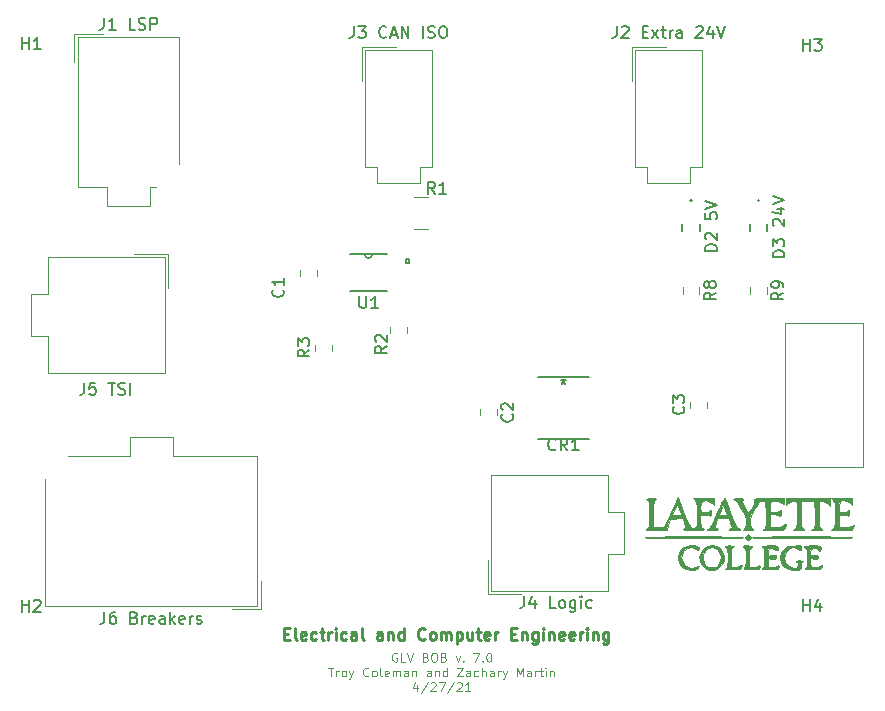
<source format=gbr>
%TF.GenerationSoftware,KiCad,Pcbnew,(5.1.6)-1*%
%TF.CreationDate,2021-04-27T14:58:59-04:00*%
%TF.ProjectId,GLV_BOBV6,474c565f-424f-4425-9636-2e6b69636164,rev?*%
%TF.SameCoordinates,Original*%
%TF.FileFunction,Legend,Top*%
%TF.FilePolarity,Positive*%
%FSLAX46Y46*%
G04 Gerber Fmt 4.6, Leading zero omitted, Abs format (unit mm)*
G04 Created by KiCad (PCBNEW (5.1.6)-1) date 2021-04-27 14:58:59*
%MOMM*%
%LPD*%
G01*
G04 APERTURE LIST*
%ADD10C,0.120000*%
%ADD11C,0.125000*%
%ADD12C,0.250000*%
%ADD13C,0.010000*%
%ADD14C,0.152400*%
%ADD15C,0.150000*%
G04 APERTURE END LIST*
D10*
X187664000Y-42394000D02*
X187664000Y-45950000D01*
X194268000Y-42394000D02*
X187664000Y-42394000D01*
X194268000Y-54586000D02*
X194268000Y-42394000D01*
X187664000Y-54586000D02*
X194268000Y-54586000D01*
X187664000Y-44426000D02*
X187664000Y-54586000D01*
D11*
X154814285Y-70325000D02*
X154742857Y-70289285D01*
X154635714Y-70289285D01*
X154528571Y-70325000D01*
X154457142Y-70396428D01*
X154421428Y-70467857D01*
X154385714Y-70610714D01*
X154385714Y-70717857D01*
X154421428Y-70860714D01*
X154457142Y-70932142D01*
X154528571Y-71003571D01*
X154635714Y-71039285D01*
X154707142Y-71039285D01*
X154814285Y-71003571D01*
X154850000Y-70967857D01*
X154850000Y-70717857D01*
X154707142Y-70717857D01*
X155528571Y-71039285D02*
X155171428Y-71039285D01*
X155171428Y-70289285D01*
X155671428Y-70289285D02*
X155921428Y-71039285D01*
X156171428Y-70289285D01*
X157242857Y-70646428D02*
X157350000Y-70682142D01*
X157385714Y-70717857D01*
X157421428Y-70789285D01*
X157421428Y-70896428D01*
X157385714Y-70967857D01*
X157350000Y-71003571D01*
X157278571Y-71039285D01*
X156992857Y-71039285D01*
X156992857Y-70289285D01*
X157242857Y-70289285D01*
X157314285Y-70325000D01*
X157350000Y-70360714D01*
X157385714Y-70432142D01*
X157385714Y-70503571D01*
X157350000Y-70575000D01*
X157314285Y-70610714D01*
X157242857Y-70646428D01*
X156992857Y-70646428D01*
X157885714Y-70289285D02*
X158028571Y-70289285D01*
X158100000Y-70325000D01*
X158171428Y-70396428D01*
X158207142Y-70539285D01*
X158207142Y-70789285D01*
X158171428Y-70932142D01*
X158100000Y-71003571D01*
X158028571Y-71039285D01*
X157885714Y-71039285D01*
X157814285Y-71003571D01*
X157742857Y-70932142D01*
X157707142Y-70789285D01*
X157707142Y-70539285D01*
X157742857Y-70396428D01*
X157814285Y-70325000D01*
X157885714Y-70289285D01*
X158778571Y-70646428D02*
X158885714Y-70682142D01*
X158921428Y-70717857D01*
X158957142Y-70789285D01*
X158957142Y-70896428D01*
X158921428Y-70967857D01*
X158885714Y-71003571D01*
X158814285Y-71039285D01*
X158528571Y-71039285D01*
X158528571Y-70289285D01*
X158778571Y-70289285D01*
X158850000Y-70325000D01*
X158885714Y-70360714D01*
X158921428Y-70432142D01*
X158921428Y-70503571D01*
X158885714Y-70575000D01*
X158850000Y-70610714D01*
X158778571Y-70646428D01*
X158528571Y-70646428D01*
X159778571Y-70539285D02*
X159957142Y-71039285D01*
X160135714Y-70539285D01*
X160421428Y-70967857D02*
X160457142Y-71003571D01*
X160421428Y-71039285D01*
X160385714Y-71003571D01*
X160421428Y-70967857D01*
X160421428Y-71039285D01*
X161278571Y-70289285D02*
X161778571Y-70289285D01*
X161457142Y-71039285D01*
X162064285Y-70967857D02*
X162100000Y-71003571D01*
X162064285Y-71039285D01*
X162028571Y-71003571D01*
X162064285Y-70967857D01*
X162064285Y-71039285D01*
X162564285Y-70289285D02*
X162635714Y-70289285D01*
X162707142Y-70325000D01*
X162742857Y-70360714D01*
X162778571Y-70432142D01*
X162814285Y-70575000D01*
X162814285Y-70753571D01*
X162778571Y-70896428D01*
X162742857Y-70967857D01*
X162707142Y-71003571D01*
X162635714Y-71039285D01*
X162564285Y-71039285D01*
X162492857Y-71003571D01*
X162457142Y-70967857D01*
X162421428Y-70896428D01*
X162385714Y-70753571D01*
X162385714Y-70575000D01*
X162421428Y-70432142D01*
X162457142Y-70360714D01*
X162492857Y-70325000D01*
X162564285Y-70289285D01*
X149010714Y-71539285D02*
X149439285Y-71539285D01*
X149225000Y-72289285D02*
X149225000Y-71539285D01*
X149689285Y-72289285D02*
X149689285Y-71789285D01*
X149689285Y-71932142D02*
X149725000Y-71860714D01*
X149760714Y-71825000D01*
X149832142Y-71789285D01*
X149903571Y-71789285D01*
X150260714Y-72289285D02*
X150189285Y-72253571D01*
X150153571Y-72217857D01*
X150117857Y-72146428D01*
X150117857Y-71932142D01*
X150153571Y-71860714D01*
X150189285Y-71825000D01*
X150260714Y-71789285D01*
X150367857Y-71789285D01*
X150439285Y-71825000D01*
X150475000Y-71860714D01*
X150510714Y-71932142D01*
X150510714Y-72146428D01*
X150475000Y-72217857D01*
X150439285Y-72253571D01*
X150367857Y-72289285D01*
X150260714Y-72289285D01*
X150760714Y-71789285D02*
X150939285Y-72289285D01*
X151117857Y-71789285D02*
X150939285Y-72289285D01*
X150867857Y-72467857D01*
X150832142Y-72503571D01*
X150760714Y-72539285D01*
X152403571Y-72217857D02*
X152367857Y-72253571D01*
X152260714Y-72289285D01*
X152189285Y-72289285D01*
X152082142Y-72253571D01*
X152010714Y-72182142D01*
X151975000Y-72110714D01*
X151939285Y-71967857D01*
X151939285Y-71860714D01*
X151975000Y-71717857D01*
X152010714Y-71646428D01*
X152082142Y-71575000D01*
X152189285Y-71539285D01*
X152260714Y-71539285D01*
X152367857Y-71575000D01*
X152403571Y-71610714D01*
X152832142Y-72289285D02*
X152760714Y-72253571D01*
X152725000Y-72217857D01*
X152689285Y-72146428D01*
X152689285Y-71932142D01*
X152725000Y-71860714D01*
X152760714Y-71825000D01*
X152832142Y-71789285D01*
X152939285Y-71789285D01*
X153010714Y-71825000D01*
X153046428Y-71860714D01*
X153082142Y-71932142D01*
X153082142Y-72146428D01*
X153046428Y-72217857D01*
X153010714Y-72253571D01*
X152939285Y-72289285D01*
X152832142Y-72289285D01*
X153510714Y-72289285D02*
X153439285Y-72253571D01*
X153403571Y-72182142D01*
X153403571Y-71539285D01*
X154082142Y-72253571D02*
X154010714Y-72289285D01*
X153867857Y-72289285D01*
X153796428Y-72253571D01*
X153760714Y-72182142D01*
X153760714Y-71896428D01*
X153796428Y-71825000D01*
X153867857Y-71789285D01*
X154010714Y-71789285D01*
X154082142Y-71825000D01*
X154117857Y-71896428D01*
X154117857Y-71967857D01*
X153760714Y-72039285D01*
X154439285Y-72289285D02*
X154439285Y-71789285D01*
X154439285Y-71860714D02*
X154475000Y-71825000D01*
X154546428Y-71789285D01*
X154653571Y-71789285D01*
X154725000Y-71825000D01*
X154760714Y-71896428D01*
X154760714Y-72289285D01*
X154760714Y-71896428D02*
X154796428Y-71825000D01*
X154867857Y-71789285D01*
X154975000Y-71789285D01*
X155046428Y-71825000D01*
X155082142Y-71896428D01*
X155082142Y-72289285D01*
X155760714Y-72289285D02*
X155760714Y-71896428D01*
X155725000Y-71825000D01*
X155653571Y-71789285D01*
X155510714Y-71789285D01*
X155439285Y-71825000D01*
X155760714Y-72253571D02*
X155689285Y-72289285D01*
X155510714Y-72289285D01*
X155439285Y-72253571D01*
X155403571Y-72182142D01*
X155403571Y-72110714D01*
X155439285Y-72039285D01*
X155510714Y-72003571D01*
X155689285Y-72003571D01*
X155760714Y-71967857D01*
X156117857Y-71789285D02*
X156117857Y-72289285D01*
X156117857Y-71860714D02*
X156153571Y-71825000D01*
X156225000Y-71789285D01*
X156332142Y-71789285D01*
X156403571Y-71825000D01*
X156439285Y-71896428D01*
X156439285Y-72289285D01*
X157689285Y-72289285D02*
X157689285Y-71896428D01*
X157653571Y-71825000D01*
X157582142Y-71789285D01*
X157439285Y-71789285D01*
X157367857Y-71825000D01*
X157689285Y-72253571D02*
X157617857Y-72289285D01*
X157439285Y-72289285D01*
X157367857Y-72253571D01*
X157332142Y-72182142D01*
X157332142Y-72110714D01*
X157367857Y-72039285D01*
X157439285Y-72003571D01*
X157617857Y-72003571D01*
X157689285Y-71967857D01*
X158046428Y-71789285D02*
X158046428Y-72289285D01*
X158046428Y-71860714D02*
X158082142Y-71825000D01*
X158153571Y-71789285D01*
X158260714Y-71789285D01*
X158332142Y-71825000D01*
X158367857Y-71896428D01*
X158367857Y-72289285D01*
X159046428Y-72289285D02*
X159046428Y-71539285D01*
X159046428Y-72253571D02*
X158975000Y-72289285D01*
X158832142Y-72289285D01*
X158760714Y-72253571D01*
X158725000Y-72217857D01*
X158689285Y-72146428D01*
X158689285Y-71932142D01*
X158725000Y-71860714D01*
X158760714Y-71825000D01*
X158832142Y-71789285D01*
X158975000Y-71789285D01*
X159046428Y-71825000D01*
X159903571Y-71539285D02*
X160403571Y-71539285D01*
X159903571Y-72289285D01*
X160403571Y-72289285D01*
X161010714Y-72289285D02*
X161010714Y-71896428D01*
X160975000Y-71825000D01*
X160903571Y-71789285D01*
X160760714Y-71789285D01*
X160689285Y-71825000D01*
X161010714Y-72253571D02*
X160939285Y-72289285D01*
X160760714Y-72289285D01*
X160689285Y-72253571D01*
X160653571Y-72182142D01*
X160653571Y-72110714D01*
X160689285Y-72039285D01*
X160760714Y-72003571D01*
X160939285Y-72003571D01*
X161010714Y-71967857D01*
X161689285Y-72253571D02*
X161617857Y-72289285D01*
X161475000Y-72289285D01*
X161403571Y-72253571D01*
X161367857Y-72217857D01*
X161332142Y-72146428D01*
X161332142Y-71932142D01*
X161367857Y-71860714D01*
X161403571Y-71825000D01*
X161475000Y-71789285D01*
X161617857Y-71789285D01*
X161689285Y-71825000D01*
X162010714Y-72289285D02*
X162010714Y-71539285D01*
X162332142Y-72289285D02*
X162332142Y-71896428D01*
X162296428Y-71825000D01*
X162225000Y-71789285D01*
X162117857Y-71789285D01*
X162046428Y-71825000D01*
X162010714Y-71860714D01*
X163010714Y-72289285D02*
X163010714Y-71896428D01*
X162975000Y-71825000D01*
X162903571Y-71789285D01*
X162760714Y-71789285D01*
X162689285Y-71825000D01*
X163010714Y-72253571D02*
X162939285Y-72289285D01*
X162760714Y-72289285D01*
X162689285Y-72253571D01*
X162653571Y-72182142D01*
X162653571Y-72110714D01*
X162689285Y-72039285D01*
X162760714Y-72003571D01*
X162939285Y-72003571D01*
X163010714Y-71967857D01*
X163367857Y-72289285D02*
X163367857Y-71789285D01*
X163367857Y-71932142D02*
X163403571Y-71860714D01*
X163439285Y-71825000D01*
X163510714Y-71789285D01*
X163582142Y-71789285D01*
X163760714Y-71789285D02*
X163939285Y-72289285D01*
X164117857Y-71789285D02*
X163939285Y-72289285D01*
X163867857Y-72467857D01*
X163832142Y-72503571D01*
X163760714Y-72539285D01*
X164975000Y-72289285D02*
X164975000Y-71539285D01*
X165225000Y-72075000D01*
X165475000Y-71539285D01*
X165475000Y-72289285D01*
X166153571Y-72289285D02*
X166153571Y-71896428D01*
X166117857Y-71825000D01*
X166046428Y-71789285D01*
X165903571Y-71789285D01*
X165832142Y-71825000D01*
X166153571Y-72253571D02*
X166082142Y-72289285D01*
X165903571Y-72289285D01*
X165832142Y-72253571D01*
X165796428Y-72182142D01*
X165796428Y-72110714D01*
X165832142Y-72039285D01*
X165903571Y-72003571D01*
X166082142Y-72003571D01*
X166153571Y-71967857D01*
X166510714Y-72289285D02*
X166510714Y-71789285D01*
X166510714Y-71932142D02*
X166546428Y-71860714D01*
X166582142Y-71825000D01*
X166653571Y-71789285D01*
X166725000Y-71789285D01*
X166867857Y-71789285D02*
X167153571Y-71789285D01*
X166975000Y-71539285D02*
X166975000Y-72182142D01*
X167010714Y-72253571D01*
X167082142Y-72289285D01*
X167153571Y-72289285D01*
X167403571Y-72289285D02*
X167403571Y-71789285D01*
X167403571Y-71539285D02*
X167367857Y-71575000D01*
X167403571Y-71610714D01*
X167439285Y-71575000D01*
X167403571Y-71539285D01*
X167403571Y-71610714D01*
X167760714Y-71789285D02*
X167760714Y-72289285D01*
X167760714Y-71860714D02*
X167796428Y-71825000D01*
X167867857Y-71789285D01*
X167975000Y-71789285D01*
X168046428Y-71825000D01*
X168082142Y-71896428D01*
X168082142Y-72289285D01*
X156528571Y-73039285D02*
X156528571Y-73539285D01*
X156350000Y-72753571D02*
X156171428Y-73289285D01*
X156635714Y-73289285D01*
X157457142Y-72753571D02*
X156814285Y-73717857D01*
X157671428Y-72860714D02*
X157707142Y-72825000D01*
X157778571Y-72789285D01*
X157957142Y-72789285D01*
X158028571Y-72825000D01*
X158064285Y-72860714D01*
X158100000Y-72932142D01*
X158100000Y-73003571D01*
X158064285Y-73110714D01*
X157635714Y-73539285D01*
X158100000Y-73539285D01*
X158350000Y-72789285D02*
X158850000Y-72789285D01*
X158528571Y-73539285D01*
X159671428Y-72753571D02*
X159028571Y-73717857D01*
X159885714Y-72860714D02*
X159921428Y-72825000D01*
X159992857Y-72789285D01*
X160171428Y-72789285D01*
X160242857Y-72825000D01*
X160278571Y-72860714D01*
X160314285Y-72932142D01*
X160314285Y-73003571D01*
X160278571Y-73110714D01*
X159850000Y-73539285D01*
X160314285Y-73539285D01*
X161028571Y-73539285D02*
X160600000Y-73539285D01*
X160814285Y-73539285D02*
X160814285Y-72789285D01*
X160742857Y-72896428D01*
X160671428Y-72967857D01*
X160600000Y-73003571D01*
D12*
X145285714Y-68678571D02*
X145619047Y-68678571D01*
X145761904Y-69202380D02*
X145285714Y-69202380D01*
X145285714Y-68202380D01*
X145761904Y-68202380D01*
X146333333Y-69202380D02*
X146238095Y-69154761D01*
X146190476Y-69059523D01*
X146190476Y-68202380D01*
X147095238Y-69154761D02*
X147000000Y-69202380D01*
X146809523Y-69202380D01*
X146714285Y-69154761D01*
X146666666Y-69059523D01*
X146666666Y-68678571D01*
X146714285Y-68583333D01*
X146809523Y-68535714D01*
X147000000Y-68535714D01*
X147095238Y-68583333D01*
X147142857Y-68678571D01*
X147142857Y-68773809D01*
X146666666Y-68869047D01*
X148000000Y-69154761D02*
X147904761Y-69202380D01*
X147714285Y-69202380D01*
X147619047Y-69154761D01*
X147571428Y-69107142D01*
X147523809Y-69011904D01*
X147523809Y-68726190D01*
X147571428Y-68630952D01*
X147619047Y-68583333D01*
X147714285Y-68535714D01*
X147904761Y-68535714D01*
X148000000Y-68583333D01*
X148285714Y-68535714D02*
X148666666Y-68535714D01*
X148428571Y-68202380D02*
X148428571Y-69059523D01*
X148476190Y-69154761D01*
X148571428Y-69202380D01*
X148666666Y-69202380D01*
X149000000Y-69202380D02*
X149000000Y-68535714D01*
X149000000Y-68726190D02*
X149047619Y-68630952D01*
X149095238Y-68583333D01*
X149190476Y-68535714D01*
X149285714Y-68535714D01*
X149619047Y-69202380D02*
X149619047Y-68535714D01*
X149619047Y-68202380D02*
X149571428Y-68250000D01*
X149619047Y-68297619D01*
X149666666Y-68250000D01*
X149619047Y-68202380D01*
X149619047Y-68297619D01*
X150523809Y-69154761D02*
X150428571Y-69202380D01*
X150238095Y-69202380D01*
X150142857Y-69154761D01*
X150095238Y-69107142D01*
X150047619Y-69011904D01*
X150047619Y-68726190D01*
X150095238Y-68630952D01*
X150142857Y-68583333D01*
X150238095Y-68535714D01*
X150428571Y-68535714D01*
X150523809Y-68583333D01*
X151380952Y-69202380D02*
X151380952Y-68678571D01*
X151333333Y-68583333D01*
X151238095Y-68535714D01*
X151047619Y-68535714D01*
X150952380Y-68583333D01*
X151380952Y-69154761D02*
X151285714Y-69202380D01*
X151047619Y-69202380D01*
X150952380Y-69154761D01*
X150904761Y-69059523D01*
X150904761Y-68964285D01*
X150952380Y-68869047D01*
X151047619Y-68821428D01*
X151285714Y-68821428D01*
X151380952Y-68773809D01*
X152000000Y-69202380D02*
X151904761Y-69154761D01*
X151857142Y-69059523D01*
X151857142Y-68202380D01*
X153571428Y-69202380D02*
X153571428Y-68678571D01*
X153523809Y-68583333D01*
X153428571Y-68535714D01*
X153238095Y-68535714D01*
X153142857Y-68583333D01*
X153571428Y-69154761D02*
X153476190Y-69202380D01*
X153238095Y-69202380D01*
X153142857Y-69154761D01*
X153095238Y-69059523D01*
X153095238Y-68964285D01*
X153142857Y-68869047D01*
X153238095Y-68821428D01*
X153476190Y-68821428D01*
X153571428Y-68773809D01*
X154047619Y-68535714D02*
X154047619Y-69202380D01*
X154047619Y-68630952D02*
X154095238Y-68583333D01*
X154190476Y-68535714D01*
X154333333Y-68535714D01*
X154428571Y-68583333D01*
X154476190Y-68678571D01*
X154476190Y-69202380D01*
X155380952Y-69202380D02*
X155380952Y-68202380D01*
X155380952Y-69154761D02*
X155285714Y-69202380D01*
X155095238Y-69202380D01*
X155000000Y-69154761D01*
X154952380Y-69107142D01*
X154904761Y-69011904D01*
X154904761Y-68726190D01*
X154952380Y-68630952D01*
X155000000Y-68583333D01*
X155095238Y-68535714D01*
X155285714Y-68535714D01*
X155380952Y-68583333D01*
X157190476Y-69107142D02*
X157142857Y-69154761D01*
X157000000Y-69202380D01*
X156904761Y-69202380D01*
X156761904Y-69154761D01*
X156666666Y-69059523D01*
X156619047Y-68964285D01*
X156571428Y-68773809D01*
X156571428Y-68630952D01*
X156619047Y-68440476D01*
X156666666Y-68345238D01*
X156761904Y-68250000D01*
X156904761Y-68202380D01*
X157000000Y-68202380D01*
X157142857Y-68250000D01*
X157190476Y-68297619D01*
X157761904Y-69202380D02*
X157666666Y-69154761D01*
X157619047Y-69107142D01*
X157571428Y-69011904D01*
X157571428Y-68726190D01*
X157619047Y-68630952D01*
X157666666Y-68583333D01*
X157761904Y-68535714D01*
X157904761Y-68535714D01*
X158000000Y-68583333D01*
X158047619Y-68630952D01*
X158095238Y-68726190D01*
X158095238Y-69011904D01*
X158047619Y-69107142D01*
X158000000Y-69154761D01*
X157904761Y-69202380D01*
X157761904Y-69202380D01*
X158523809Y-69202380D02*
X158523809Y-68535714D01*
X158523809Y-68630952D02*
X158571428Y-68583333D01*
X158666666Y-68535714D01*
X158809523Y-68535714D01*
X158904761Y-68583333D01*
X158952380Y-68678571D01*
X158952380Y-69202380D01*
X158952380Y-68678571D02*
X159000000Y-68583333D01*
X159095238Y-68535714D01*
X159238095Y-68535714D01*
X159333333Y-68583333D01*
X159380952Y-68678571D01*
X159380952Y-69202380D01*
X159857142Y-68535714D02*
X159857142Y-69535714D01*
X159857142Y-68583333D02*
X159952380Y-68535714D01*
X160142857Y-68535714D01*
X160238095Y-68583333D01*
X160285714Y-68630952D01*
X160333333Y-68726190D01*
X160333333Y-69011904D01*
X160285714Y-69107142D01*
X160238095Y-69154761D01*
X160142857Y-69202380D01*
X159952380Y-69202380D01*
X159857142Y-69154761D01*
X161190476Y-68535714D02*
X161190476Y-69202380D01*
X160761904Y-68535714D02*
X160761904Y-69059523D01*
X160809523Y-69154761D01*
X160904761Y-69202380D01*
X161047619Y-69202380D01*
X161142857Y-69154761D01*
X161190476Y-69107142D01*
X161523809Y-68535714D02*
X161904761Y-68535714D01*
X161666666Y-68202380D02*
X161666666Y-69059523D01*
X161714285Y-69154761D01*
X161809523Y-69202380D01*
X161904761Y-69202380D01*
X162619047Y-69154761D02*
X162523809Y-69202380D01*
X162333333Y-69202380D01*
X162238095Y-69154761D01*
X162190476Y-69059523D01*
X162190476Y-68678571D01*
X162238095Y-68583333D01*
X162333333Y-68535714D01*
X162523809Y-68535714D01*
X162619047Y-68583333D01*
X162666666Y-68678571D01*
X162666666Y-68773809D01*
X162190476Y-68869047D01*
X163095238Y-69202380D02*
X163095238Y-68535714D01*
X163095238Y-68726190D02*
X163142857Y-68630952D01*
X163190476Y-68583333D01*
X163285714Y-68535714D01*
X163380952Y-68535714D01*
X164476190Y-68678571D02*
X164809523Y-68678571D01*
X164952380Y-69202380D02*
X164476190Y-69202380D01*
X164476190Y-68202380D01*
X164952380Y-68202380D01*
X165380952Y-68535714D02*
X165380952Y-69202380D01*
X165380952Y-68630952D02*
X165428571Y-68583333D01*
X165523809Y-68535714D01*
X165666666Y-68535714D01*
X165761904Y-68583333D01*
X165809523Y-68678571D01*
X165809523Y-69202380D01*
X166714285Y-68535714D02*
X166714285Y-69345238D01*
X166666666Y-69440476D01*
X166619047Y-69488095D01*
X166523809Y-69535714D01*
X166380952Y-69535714D01*
X166285714Y-69488095D01*
X166714285Y-69154761D02*
X166619047Y-69202380D01*
X166428571Y-69202380D01*
X166333333Y-69154761D01*
X166285714Y-69107142D01*
X166238095Y-69011904D01*
X166238095Y-68726190D01*
X166285714Y-68630952D01*
X166333333Y-68583333D01*
X166428571Y-68535714D01*
X166619047Y-68535714D01*
X166714285Y-68583333D01*
X167190476Y-69202380D02*
X167190476Y-68535714D01*
X167190476Y-68202380D02*
X167142857Y-68250000D01*
X167190476Y-68297619D01*
X167238095Y-68250000D01*
X167190476Y-68202380D01*
X167190476Y-68297619D01*
X167666666Y-68535714D02*
X167666666Y-69202380D01*
X167666666Y-68630952D02*
X167714285Y-68583333D01*
X167809523Y-68535714D01*
X167952380Y-68535714D01*
X168047619Y-68583333D01*
X168095238Y-68678571D01*
X168095238Y-69202380D01*
X168952380Y-69154761D02*
X168857142Y-69202380D01*
X168666666Y-69202380D01*
X168571428Y-69154761D01*
X168523809Y-69059523D01*
X168523809Y-68678571D01*
X168571428Y-68583333D01*
X168666666Y-68535714D01*
X168857142Y-68535714D01*
X168952380Y-68583333D01*
X169000000Y-68678571D01*
X169000000Y-68773809D01*
X168523809Y-68869047D01*
X169809523Y-69154761D02*
X169714285Y-69202380D01*
X169523809Y-69202380D01*
X169428571Y-69154761D01*
X169380952Y-69059523D01*
X169380952Y-68678571D01*
X169428571Y-68583333D01*
X169523809Y-68535714D01*
X169714285Y-68535714D01*
X169809523Y-68583333D01*
X169857142Y-68678571D01*
X169857142Y-68773809D01*
X169380952Y-68869047D01*
X170285714Y-69202380D02*
X170285714Y-68535714D01*
X170285714Y-68726190D02*
X170333333Y-68630952D01*
X170380952Y-68583333D01*
X170476190Y-68535714D01*
X170571428Y-68535714D01*
X170904761Y-69202380D02*
X170904761Y-68535714D01*
X170904761Y-68202380D02*
X170857142Y-68250000D01*
X170904761Y-68297619D01*
X170952380Y-68250000D01*
X170904761Y-68202380D01*
X170904761Y-68297619D01*
X171380952Y-68535714D02*
X171380952Y-69202380D01*
X171380952Y-68630952D02*
X171428571Y-68583333D01*
X171523809Y-68535714D01*
X171666666Y-68535714D01*
X171761904Y-68583333D01*
X171809523Y-68678571D01*
X171809523Y-69202380D01*
X172714285Y-68535714D02*
X172714285Y-69345238D01*
X172666666Y-69440476D01*
X172619047Y-69488095D01*
X172523809Y-69535714D01*
X172380952Y-69535714D01*
X172285714Y-69488095D01*
X172714285Y-69154761D02*
X172619047Y-69202380D01*
X172428571Y-69202380D01*
X172333333Y-69154761D01*
X172285714Y-69107142D01*
X172238095Y-69011904D01*
X172238095Y-68726190D01*
X172285714Y-68630952D01*
X172333333Y-68583333D01*
X172428571Y-68535714D01*
X172619047Y-68535714D01*
X172714285Y-68583333D01*
D13*
%TO.C,G\u002A\u002A\u002A*%
G36*
X193336666Y-57795636D02*
G01*
X193128848Y-57587818D01*
X192883956Y-57432203D01*
X192602149Y-57378957D01*
X192355553Y-57441291D01*
X192349514Y-57445046D01*
X192287768Y-57559852D01*
X192239797Y-57782809D01*
X192224897Y-57930583D01*
X192198433Y-58353667D01*
X192503019Y-58379316D01*
X192799128Y-58352812D01*
X192945135Y-58267435D01*
X193035444Y-58192506D01*
X193074096Y-58231883D01*
X193082638Y-58411858D01*
X193082666Y-58435264D01*
X193073726Y-58631825D01*
X193028496Y-58693169D01*
X192919362Y-58653192D01*
X192909421Y-58647906D01*
X192744788Y-58598895D01*
X192536321Y-58582061D01*
X192343525Y-58595411D01*
X192225901Y-58636954D01*
X192214833Y-58671167D01*
X192226583Y-58785289D01*
X192234269Y-59011221D01*
X192236000Y-59200333D01*
X192236000Y-59666000D01*
X192682827Y-59666000D01*
X193018588Y-59637364D01*
X193272708Y-59560751D01*
X193317827Y-59534199D01*
X193455940Y-59447636D01*
X193497416Y-59468756D01*
X193455085Y-59618040D01*
X193423428Y-59702821D01*
X193380899Y-59798721D01*
X193319001Y-59861192D01*
X193205097Y-59897397D01*
X193006551Y-59914497D01*
X192690725Y-59919657D01*
X192433797Y-59920000D01*
X191526736Y-59920000D01*
X191712035Y-59747368D01*
X191791168Y-59660762D01*
X191843970Y-59553828D01*
X191875699Y-59393027D01*
X191891612Y-59144818D01*
X191896967Y-58775662D01*
X191897333Y-58565333D01*
X191894968Y-58132054D01*
X191884368Y-57834541D01*
X191860276Y-57639256D01*
X191817433Y-57512657D01*
X191750582Y-57421205D01*
X191712035Y-57383298D01*
X191526736Y-57210667D01*
X193336666Y-57210667D01*
X193336666Y-57795636D01*
G37*
X193336666Y-57795636D02*
X193128848Y-57587818D01*
X192883956Y-57432203D01*
X192602149Y-57378957D01*
X192355553Y-57441291D01*
X192349514Y-57445046D01*
X192287768Y-57559852D01*
X192239797Y-57782809D01*
X192224897Y-57930583D01*
X192198433Y-58353667D01*
X192503019Y-58379316D01*
X192799128Y-58352812D01*
X192945135Y-58267435D01*
X193035444Y-58192506D01*
X193074096Y-58231883D01*
X193082638Y-58411858D01*
X193082666Y-58435264D01*
X193073726Y-58631825D01*
X193028496Y-58693169D01*
X192919362Y-58653192D01*
X192909421Y-58647906D01*
X192744788Y-58598895D01*
X192536321Y-58582061D01*
X192343525Y-58595411D01*
X192225901Y-58636954D01*
X192214833Y-58671167D01*
X192226583Y-58785289D01*
X192234269Y-59011221D01*
X192236000Y-59200333D01*
X192236000Y-59666000D01*
X192682827Y-59666000D01*
X193018588Y-59637364D01*
X193272708Y-59560751D01*
X193317827Y-59534199D01*
X193455940Y-59447636D01*
X193497416Y-59468756D01*
X193455085Y-59618040D01*
X193423428Y-59702821D01*
X193380899Y-59798721D01*
X193319001Y-59861192D01*
X193205097Y-59897397D01*
X193006551Y-59914497D01*
X192690725Y-59919657D01*
X192433797Y-59920000D01*
X191526736Y-59920000D01*
X191712035Y-59747368D01*
X191791168Y-59660762D01*
X191843970Y-59553828D01*
X191875699Y-59393027D01*
X191891612Y-59144818D01*
X191896967Y-58775662D01*
X191897333Y-58565333D01*
X191894968Y-58132054D01*
X191884368Y-57834541D01*
X191860276Y-57639256D01*
X191817433Y-57512657D01*
X191750582Y-57421205D01*
X191712035Y-57383298D01*
X191526736Y-57210667D01*
X193336666Y-57210667D01*
X193336666Y-57795636D01*
G36*
X191474000Y-57835263D02*
G01*
X191301368Y-57649965D01*
X191042234Y-57492510D01*
X190835701Y-57464667D01*
X190542666Y-57464667D01*
X190542666Y-58567990D01*
X190545960Y-59033950D01*
X190557738Y-59356454D01*
X190580841Y-59561283D01*
X190618112Y-59674221D01*
X190669666Y-59720049D01*
X190794697Y-59796127D01*
X190765220Y-59859913D01*
X190596008Y-59903273D01*
X190309833Y-59918117D01*
X190039569Y-59914700D01*
X189914219Y-59898818D01*
X189909364Y-59857952D01*
X190000585Y-59779584D01*
X190016169Y-59767572D01*
X190095030Y-59698773D01*
X190148016Y-59615175D01*
X190179333Y-59485799D01*
X190193188Y-59279666D01*
X190193789Y-58965796D01*
X190185503Y-58520622D01*
X190161666Y-57422333D01*
X189061000Y-57422333D01*
X189037363Y-58545876D01*
X189030356Y-59012234D01*
X189033915Y-59335840D01*
X189050421Y-59543080D01*
X189082254Y-59660338D01*
X189131793Y-59713997D01*
X189143197Y-59719101D01*
X189269585Y-59795801D01*
X189241059Y-59860311D01*
X189071989Y-59904433D01*
X188791035Y-59920000D01*
X188309403Y-59920000D01*
X188494701Y-59747368D01*
X188575482Y-59658457D01*
X188628742Y-59548315D01*
X188660127Y-59382331D01*
X188675281Y-59125898D01*
X188679849Y-58744407D01*
X188680000Y-58611293D01*
X188675653Y-58213261D01*
X188663865Y-57869882D01*
X188646514Y-57621270D01*
X188628608Y-57513925D01*
X188508884Y-57401665D01*
X188311410Y-57393458D01*
X188087439Y-57483670D01*
X187956484Y-57587818D01*
X187748666Y-57795636D01*
X187748666Y-57210667D01*
X191474000Y-57210667D01*
X191474000Y-57835263D01*
G37*
X191474000Y-57835263D02*
X191301368Y-57649965D01*
X191042234Y-57492510D01*
X190835701Y-57464667D01*
X190542666Y-57464667D01*
X190542666Y-58567990D01*
X190545960Y-59033950D01*
X190557738Y-59356454D01*
X190580841Y-59561283D01*
X190618112Y-59674221D01*
X190669666Y-59720049D01*
X190794697Y-59796127D01*
X190765220Y-59859913D01*
X190596008Y-59903273D01*
X190309833Y-59918117D01*
X190039569Y-59914700D01*
X189914219Y-59898818D01*
X189909364Y-59857952D01*
X190000585Y-59779584D01*
X190016169Y-59767572D01*
X190095030Y-59698773D01*
X190148016Y-59615175D01*
X190179333Y-59485799D01*
X190193188Y-59279666D01*
X190193789Y-58965796D01*
X190185503Y-58520622D01*
X190161666Y-57422333D01*
X189061000Y-57422333D01*
X189037363Y-58545876D01*
X189030356Y-59012234D01*
X189033915Y-59335840D01*
X189050421Y-59543080D01*
X189082254Y-59660338D01*
X189131793Y-59713997D01*
X189143197Y-59719101D01*
X189269585Y-59795801D01*
X189241059Y-59860311D01*
X189071989Y-59904433D01*
X188791035Y-59920000D01*
X188309403Y-59920000D01*
X188494701Y-59747368D01*
X188575482Y-59658457D01*
X188628742Y-59548315D01*
X188660127Y-59382331D01*
X188675281Y-59125898D01*
X188679849Y-58744407D01*
X188680000Y-58611293D01*
X188675653Y-58213261D01*
X188663865Y-57869882D01*
X188646514Y-57621270D01*
X188628608Y-57513925D01*
X188508884Y-57401665D01*
X188311410Y-57393458D01*
X188087439Y-57483670D01*
X187956484Y-57587818D01*
X187748666Y-57795636D01*
X187748666Y-57210667D01*
X191474000Y-57210667D01*
X191474000Y-57835263D01*
G36*
X187579333Y-57464667D02*
G01*
X187549905Y-57654666D01*
X187480108Y-57717407D01*
X187397676Y-57634461D01*
X187381174Y-57596338D01*
X187265854Y-57496099D01*
X187048012Y-57423726D01*
X186793927Y-57393639D01*
X186570694Y-57419997D01*
X186466511Y-57478037D01*
X186413167Y-57597119D01*
X186394969Y-57823071D01*
X186394000Y-57936039D01*
X186394000Y-58396000D01*
X186671494Y-58396000D01*
X186929767Y-58355272D01*
X187137161Y-58264199D01*
X187262078Y-58187201D01*
X187314148Y-58216212D01*
X187325231Y-58379904D01*
X187325333Y-58433532D01*
X187297662Y-58649627D01*
X187226636Y-58736172D01*
X187130240Y-58674776D01*
X187113666Y-58650000D01*
X187002793Y-58596155D01*
X186791783Y-58567024D01*
X186723629Y-58565333D01*
X186385919Y-58565333D01*
X186436333Y-59623667D01*
X186852962Y-59650063D01*
X187165265Y-59645400D01*
X187396784Y-59570384D01*
X187523133Y-59489008D01*
X187684061Y-59375945D01*
X187739349Y-59363760D01*
X187716413Y-59448596D01*
X187710731Y-59462611D01*
X187632401Y-59675967D01*
X187602186Y-59771833D01*
X187564639Y-59837106D01*
X187476960Y-59879943D01*
X187309335Y-59904773D01*
X187031951Y-59916021D01*
X186616958Y-59918117D01*
X186209758Y-59916142D01*
X185948839Y-59909077D01*
X185811147Y-59892293D01*
X185773631Y-59861159D01*
X185813239Y-59811044D01*
X185867503Y-59767572D01*
X185946364Y-59698773D01*
X185999349Y-59615175D01*
X186030666Y-59485799D01*
X186044521Y-59279666D01*
X186045122Y-58965796D01*
X186036836Y-58520622D01*
X186025959Y-58072222D01*
X186012656Y-57765305D01*
X185991515Y-57572046D01*
X185957125Y-57464622D01*
X185904074Y-57415209D01*
X185826951Y-57395982D01*
X185817839Y-57394667D01*
X185661868Y-57396644D01*
X185520037Y-57466575D01*
X185368241Y-57627702D01*
X185182377Y-57903270D01*
X185034831Y-58149709D01*
X184854002Y-58480468D01*
X184751843Y-58738227D01*
X184707845Y-58987234D01*
X184700666Y-59196596D01*
X184716436Y-59502907D01*
X184768314Y-59670688D01*
X184827666Y-59720049D01*
X184952873Y-59796027D01*
X184923861Y-59859385D01*
X184755689Y-59901942D01*
X184467833Y-59915559D01*
X184199492Y-59910279D01*
X184076356Y-59893354D01*
X184074299Y-59853601D01*
X184169194Y-59779841D01*
X184171500Y-59778232D01*
X184291485Y-59659323D01*
X184348404Y-59484655D01*
X184362000Y-59219761D01*
X184344929Y-58972582D01*
X184282570Y-58727627D01*
X184158204Y-58435760D01*
X183976565Y-58087088D01*
X183798240Y-57781291D01*
X183636587Y-57542057D01*
X183515095Y-57402404D01*
X183473562Y-57380000D01*
X183331304Y-57326565D01*
X183303666Y-57295333D01*
X183347931Y-57245576D01*
X183542511Y-57217904D01*
X183743169Y-57213359D01*
X184010966Y-57219941D01*
X184134191Y-57241080D01*
X184137473Y-57284589D01*
X184092701Y-57324236D01*
X184025472Y-57393377D01*
X184015967Y-57484862D01*
X184073437Y-57636907D01*
X184207134Y-57887728D01*
X184245770Y-57956543D01*
X184394551Y-58213800D01*
X184509929Y-58400761D01*
X184568770Y-58480083D01*
X184570487Y-58480667D01*
X184623624Y-58412996D01*
X184734118Y-58235943D01*
X184871966Y-57998478D01*
X185019563Y-57717729D01*
X185082315Y-57534918D01*
X185071717Y-57408727D01*
X185048664Y-57363478D01*
X185021549Y-57305645D01*
X185039276Y-57264578D01*
X185124607Y-57237421D01*
X185300304Y-57221317D01*
X185589132Y-57213409D01*
X186013851Y-57210841D01*
X186266282Y-57210667D01*
X187579333Y-57210667D01*
X187579333Y-57464667D01*
G37*
X187579333Y-57464667D02*
X187549905Y-57654666D01*
X187480108Y-57717407D01*
X187397676Y-57634461D01*
X187381174Y-57596338D01*
X187265854Y-57496099D01*
X187048012Y-57423726D01*
X186793927Y-57393639D01*
X186570694Y-57419997D01*
X186466511Y-57478037D01*
X186413167Y-57597119D01*
X186394969Y-57823071D01*
X186394000Y-57936039D01*
X186394000Y-58396000D01*
X186671494Y-58396000D01*
X186929767Y-58355272D01*
X187137161Y-58264199D01*
X187262078Y-58187201D01*
X187314148Y-58216212D01*
X187325231Y-58379904D01*
X187325333Y-58433532D01*
X187297662Y-58649627D01*
X187226636Y-58736172D01*
X187130240Y-58674776D01*
X187113666Y-58650000D01*
X187002793Y-58596155D01*
X186791783Y-58567024D01*
X186723629Y-58565333D01*
X186385919Y-58565333D01*
X186436333Y-59623667D01*
X186852962Y-59650063D01*
X187165265Y-59645400D01*
X187396784Y-59570384D01*
X187523133Y-59489008D01*
X187684061Y-59375945D01*
X187739349Y-59363760D01*
X187716413Y-59448596D01*
X187710731Y-59462611D01*
X187632401Y-59675967D01*
X187602186Y-59771833D01*
X187564639Y-59837106D01*
X187476960Y-59879943D01*
X187309335Y-59904773D01*
X187031951Y-59916021D01*
X186616958Y-59918117D01*
X186209758Y-59916142D01*
X185948839Y-59909077D01*
X185811147Y-59892293D01*
X185773631Y-59861159D01*
X185813239Y-59811044D01*
X185867503Y-59767572D01*
X185946364Y-59698773D01*
X185999349Y-59615175D01*
X186030666Y-59485799D01*
X186044521Y-59279666D01*
X186045122Y-58965796D01*
X186036836Y-58520622D01*
X186025959Y-58072222D01*
X186012656Y-57765305D01*
X185991515Y-57572046D01*
X185957125Y-57464622D01*
X185904074Y-57415209D01*
X185826951Y-57395982D01*
X185817839Y-57394667D01*
X185661868Y-57396644D01*
X185520037Y-57466575D01*
X185368241Y-57627702D01*
X185182377Y-57903270D01*
X185034831Y-58149709D01*
X184854002Y-58480468D01*
X184751843Y-58738227D01*
X184707845Y-58987234D01*
X184700666Y-59196596D01*
X184716436Y-59502907D01*
X184768314Y-59670688D01*
X184827666Y-59720049D01*
X184952873Y-59796027D01*
X184923861Y-59859385D01*
X184755689Y-59901942D01*
X184467833Y-59915559D01*
X184199492Y-59910279D01*
X184076356Y-59893354D01*
X184074299Y-59853601D01*
X184169194Y-59779841D01*
X184171500Y-59778232D01*
X184291485Y-59659323D01*
X184348404Y-59484655D01*
X184362000Y-59219761D01*
X184344929Y-58972582D01*
X184282570Y-58727627D01*
X184158204Y-58435760D01*
X183976565Y-58087088D01*
X183798240Y-57781291D01*
X183636587Y-57542057D01*
X183515095Y-57402404D01*
X183473562Y-57380000D01*
X183331304Y-57326565D01*
X183303666Y-57295333D01*
X183347931Y-57245576D01*
X183542511Y-57217904D01*
X183743169Y-57213359D01*
X184010966Y-57219941D01*
X184134191Y-57241080D01*
X184137473Y-57284589D01*
X184092701Y-57324236D01*
X184025472Y-57393377D01*
X184015967Y-57484862D01*
X184073437Y-57636907D01*
X184207134Y-57887728D01*
X184245770Y-57956543D01*
X184394551Y-58213800D01*
X184509929Y-58400761D01*
X184568770Y-58480083D01*
X184570487Y-58480667D01*
X184623624Y-58412996D01*
X184734118Y-58235943D01*
X184871966Y-57998478D01*
X185019563Y-57717729D01*
X185082315Y-57534918D01*
X185071717Y-57408727D01*
X185048664Y-57363478D01*
X185021549Y-57305645D01*
X185039276Y-57264578D01*
X185124607Y-57237421D01*
X185300304Y-57221317D01*
X185589132Y-57213409D01*
X186013851Y-57210841D01*
X186266282Y-57210667D01*
X187579333Y-57210667D01*
X187579333Y-57464667D01*
G36*
X182568481Y-57211258D02*
G01*
X182591219Y-57253000D01*
X182645806Y-57390925D01*
X182748287Y-57653033D01*
X182885505Y-58005564D01*
X183044304Y-58414758D01*
X183098610Y-58554947D01*
X183300078Y-59056440D01*
X183459680Y-59409332D01*
X183584312Y-59627183D01*
X183680868Y-59723553D01*
X183695580Y-59728989D01*
X183842983Y-59791236D01*
X183838690Y-59850949D01*
X183700135Y-59897291D01*
X183444750Y-59919423D01*
X183388333Y-59920000D01*
X183133318Y-59906081D01*
X182964176Y-59870177D01*
X182922666Y-59835333D01*
X182991243Y-59760219D01*
X183049666Y-59750667D01*
X183139813Y-59737285D01*
X183167452Y-59673262D01*
X183131732Y-59522780D01*
X183038164Y-59266664D01*
X182899661Y-58904000D01*
X181925052Y-58904000D01*
X181787312Y-59248247D01*
X181700524Y-59529626D01*
X181718852Y-59691712D01*
X181844815Y-59749924D01*
X181869330Y-59750667D01*
X181978757Y-59798005D01*
X181991333Y-59835333D01*
X181914781Y-59881700D01*
X181717308Y-59912453D01*
X181525666Y-59920000D01*
X181270631Y-59907703D01*
X181101490Y-59875981D01*
X181060000Y-59845208D01*
X181129742Y-59763780D01*
X181209443Y-59731336D01*
X181319292Y-59632629D01*
X181467152Y-59397852D01*
X181637886Y-59051713D01*
X181669381Y-58980628D01*
X181829710Y-58614686D01*
X182076000Y-58614686D01*
X182151201Y-58636811D01*
X182339037Y-58649106D01*
X182414666Y-58650000D01*
X182654573Y-58625478D01*
X182746621Y-58555055D01*
X182747054Y-58544167D01*
X182710165Y-58405755D01*
X182625222Y-58185649D01*
X182587596Y-58099667D01*
X182434418Y-57761000D01*
X182255209Y-58170186D01*
X182154565Y-58406122D01*
X182089547Y-58570318D01*
X182076000Y-58614686D01*
X181829710Y-58614686D01*
X181930325Y-58385040D01*
X182133251Y-57929683D01*
X182286471Y-57598981D01*
X182398294Y-57377361D01*
X182477030Y-57249250D01*
X182530989Y-57199073D01*
X182568481Y-57211258D01*
G37*
X182568481Y-57211258D02*
X182591219Y-57253000D01*
X182645806Y-57390925D01*
X182748287Y-57653033D01*
X182885505Y-58005564D01*
X183044304Y-58414758D01*
X183098610Y-58554947D01*
X183300078Y-59056440D01*
X183459680Y-59409332D01*
X183584312Y-59627183D01*
X183680868Y-59723553D01*
X183695580Y-59728989D01*
X183842983Y-59791236D01*
X183838690Y-59850949D01*
X183700135Y-59897291D01*
X183444750Y-59919423D01*
X183388333Y-59920000D01*
X183133318Y-59906081D01*
X182964176Y-59870177D01*
X182922666Y-59835333D01*
X182991243Y-59760219D01*
X183049666Y-59750667D01*
X183139813Y-59737285D01*
X183167452Y-59673262D01*
X183131732Y-59522780D01*
X183038164Y-59266664D01*
X182899661Y-58904000D01*
X181925052Y-58904000D01*
X181787312Y-59248247D01*
X181700524Y-59529626D01*
X181718852Y-59691712D01*
X181844815Y-59749924D01*
X181869330Y-59750667D01*
X181978757Y-59798005D01*
X181991333Y-59835333D01*
X181914781Y-59881700D01*
X181717308Y-59912453D01*
X181525666Y-59920000D01*
X181270631Y-59907703D01*
X181101490Y-59875981D01*
X181060000Y-59845208D01*
X181129742Y-59763780D01*
X181209443Y-59731336D01*
X181319292Y-59632629D01*
X181467152Y-59397852D01*
X181637886Y-59051713D01*
X181669381Y-58980628D01*
X181829710Y-58614686D01*
X182076000Y-58614686D01*
X182151201Y-58636811D01*
X182339037Y-58649106D01*
X182414666Y-58650000D01*
X182654573Y-58625478D01*
X182746621Y-58555055D01*
X182747054Y-58544167D01*
X182710165Y-58405755D01*
X182625222Y-58185649D01*
X182587596Y-58099667D01*
X182434418Y-57761000D01*
X182255209Y-58170186D01*
X182154565Y-58406122D01*
X182089547Y-58570318D01*
X182076000Y-58614686D01*
X181829710Y-58614686D01*
X181930325Y-58385040D01*
X182133251Y-57929683D01*
X182286471Y-57598981D01*
X182398294Y-57377361D01*
X182477030Y-57249250D01*
X182530989Y-57199073D01*
X182568481Y-57211258D01*
G36*
X179071871Y-58299944D02*
G01*
X179237482Y-58730558D01*
X179389805Y-59110060D01*
X179515942Y-59407532D01*
X179602998Y-59592058D01*
X179627451Y-59631842D01*
X179788948Y-59730470D01*
X179983452Y-59740114D01*
X180134127Y-59662945D01*
X180161941Y-59616742D01*
X180182569Y-59481498D01*
X180199246Y-59217048D01*
X180210096Y-58863504D01*
X180213333Y-58519373D01*
X180210707Y-58096915D01*
X180199067Y-57809148D01*
X180172767Y-57621464D01*
X180126163Y-57499254D01*
X180053609Y-57407909D01*
X180028035Y-57383298D01*
X179842736Y-57210666D01*
X180747701Y-57210666D01*
X181652666Y-57210667D01*
X181652666Y-57795636D01*
X181444848Y-57587818D01*
X181164195Y-57412297D01*
X180939827Y-57380000D01*
X180677320Y-57434719D01*
X180525584Y-57605854D01*
X180477381Y-57903870D01*
X180483602Y-58039751D01*
X180515134Y-58248110D01*
X180598547Y-58342138D01*
X180787773Y-58376823D01*
X180816635Y-58379316D01*
X181114709Y-58352961D01*
X181261135Y-58267435D01*
X181351444Y-58192506D01*
X181390096Y-58231883D01*
X181398638Y-58411858D01*
X181398666Y-58435264D01*
X181389726Y-58631825D01*
X181344496Y-58693169D01*
X181235362Y-58653192D01*
X181225421Y-58647906D01*
X181016622Y-58589142D01*
X180780921Y-58581427D01*
X180593609Y-58620379D01*
X180510230Y-58725435D01*
X180481981Y-58898312D01*
X180476571Y-59223087D01*
X180517260Y-59501498D01*
X180594038Y-59691066D01*
X180682836Y-59750667D01*
X180793023Y-59797619D01*
X180806000Y-59835333D01*
X180725261Y-59874088D01*
X180498344Y-59902281D01*
X180148195Y-59917728D01*
X179917000Y-59920000D01*
X179552071Y-59913119D01*
X179259737Y-59894510D01*
X179074968Y-59867227D01*
X179028000Y-59842389D01*
X179094548Y-59747115D01*
X179128151Y-59731394D01*
X179179512Y-59667235D01*
X179168074Y-59506928D01*
X179116104Y-59297278D01*
X179003906Y-58896545D01*
X177969666Y-58946333D01*
X177802047Y-59433167D01*
X177634427Y-59920000D01*
X176764880Y-59920000D01*
X176404302Y-59913152D01*
X176116707Y-59894657D01*
X175937457Y-59867591D01*
X175895333Y-59844392D01*
X175962712Y-59751835D01*
X176022333Y-59720049D01*
X176075565Y-59671183D01*
X176112081Y-59555464D01*
X176134681Y-59347228D01*
X176146164Y-59020814D01*
X176149333Y-58556158D01*
X176146593Y-58091849D01*
X176136034Y-57767765D01*
X176114151Y-57554849D01*
X176077436Y-57424047D01*
X176022383Y-57346304D01*
X176001166Y-57328526D01*
X175940045Y-57266573D01*
X175979927Y-57232292D01*
X176145794Y-57217819D01*
X176361000Y-57215242D01*
X176638751Y-57217056D01*
X176771706Y-57231329D01*
X176784398Y-57269591D01*
X176701361Y-57343371D01*
X176675743Y-57363159D01*
X176595529Y-57433400D01*
X176542188Y-57518864D01*
X176511254Y-57651318D01*
X176498263Y-57862527D01*
X176498749Y-58184257D01*
X176506410Y-58567776D01*
X176530333Y-59623667D01*
X177422397Y-59674955D01*
X177665403Y-59141311D01*
X177815005Y-58814475D01*
X177890728Y-58650000D01*
X178107458Y-58650000D01*
X178483062Y-58650000D01*
X178708509Y-58644509D01*
X178842524Y-58630637D01*
X178858666Y-58622749D01*
X178830585Y-58499662D01*
X178761575Y-58299133D01*
X178674492Y-58078561D01*
X178592188Y-57895344D01*
X178537517Y-57806882D01*
X178533207Y-57805329D01*
X178471343Y-57877293D01*
X178371044Y-58060410D01*
X178292562Y-58228662D01*
X178107458Y-58650000D01*
X177890728Y-58650000D01*
X178003162Y-58405790D01*
X178196873Y-57986880D01*
X178261657Y-57847269D01*
X178614906Y-57086871D01*
X179071871Y-58299944D01*
G37*
X179071871Y-58299944D02*
X179237482Y-58730558D01*
X179389805Y-59110060D01*
X179515942Y-59407532D01*
X179602998Y-59592058D01*
X179627451Y-59631842D01*
X179788948Y-59730470D01*
X179983452Y-59740114D01*
X180134127Y-59662945D01*
X180161941Y-59616742D01*
X180182569Y-59481498D01*
X180199246Y-59217048D01*
X180210096Y-58863504D01*
X180213333Y-58519373D01*
X180210707Y-58096915D01*
X180199067Y-57809148D01*
X180172767Y-57621464D01*
X180126163Y-57499254D01*
X180053609Y-57407909D01*
X180028035Y-57383298D01*
X179842736Y-57210666D01*
X180747701Y-57210666D01*
X181652666Y-57210667D01*
X181652666Y-57795636D01*
X181444848Y-57587818D01*
X181164195Y-57412297D01*
X180939827Y-57380000D01*
X180677320Y-57434719D01*
X180525584Y-57605854D01*
X180477381Y-57903870D01*
X180483602Y-58039751D01*
X180515134Y-58248110D01*
X180598547Y-58342138D01*
X180787773Y-58376823D01*
X180816635Y-58379316D01*
X181114709Y-58352961D01*
X181261135Y-58267435D01*
X181351444Y-58192506D01*
X181390096Y-58231883D01*
X181398638Y-58411858D01*
X181398666Y-58435264D01*
X181389726Y-58631825D01*
X181344496Y-58693169D01*
X181235362Y-58653192D01*
X181225421Y-58647906D01*
X181016622Y-58589142D01*
X180780921Y-58581427D01*
X180593609Y-58620379D01*
X180510230Y-58725435D01*
X180481981Y-58898312D01*
X180476571Y-59223087D01*
X180517260Y-59501498D01*
X180594038Y-59691066D01*
X180682836Y-59750667D01*
X180793023Y-59797619D01*
X180806000Y-59835333D01*
X180725261Y-59874088D01*
X180498344Y-59902281D01*
X180148195Y-59917728D01*
X179917000Y-59920000D01*
X179552071Y-59913119D01*
X179259737Y-59894510D01*
X179074968Y-59867227D01*
X179028000Y-59842389D01*
X179094548Y-59747115D01*
X179128151Y-59731394D01*
X179179512Y-59667235D01*
X179168074Y-59506928D01*
X179116104Y-59297278D01*
X179003906Y-58896545D01*
X177969666Y-58946333D01*
X177802047Y-59433167D01*
X177634427Y-59920000D01*
X176764880Y-59920000D01*
X176404302Y-59913152D01*
X176116707Y-59894657D01*
X175937457Y-59867591D01*
X175895333Y-59844392D01*
X175962712Y-59751835D01*
X176022333Y-59720049D01*
X176075565Y-59671183D01*
X176112081Y-59555464D01*
X176134681Y-59347228D01*
X176146164Y-59020814D01*
X176149333Y-58556158D01*
X176146593Y-58091849D01*
X176136034Y-57767765D01*
X176114151Y-57554849D01*
X176077436Y-57424047D01*
X176022383Y-57346304D01*
X176001166Y-57328526D01*
X175940045Y-57266573D01*
X175979927Y-57232292D01*
X176145794Y-57217819D01*
X176361000Y-57215242D01*
X176638751Y-57217056D01*
X176771706Y-57231329D01*
X176784398Y-57269591D01*
X176701361Y-57343371D01*
X176675743Y-57363159D01*
X176595529Y-57433400D01*
X176542188Y-57518864D01*
X176511254Y-57651318D01*
X176498263Y-57862527D01*
X176498749Y-58184257D01*
X176506410Y-58567776D01*
X176530333Y-59623667D01*
X177422397Y-59674955D01*
X177665403Y-59141311D01*
X177815005Y-58814475D01*
X177890728Y-58650000D01*
X178107458Y-58650000D01*
X178483062Y-58650000D01*
X178708509Y-58644509D01*
X178842524Y-58630637D01*
X178858666Y-58622749D01*
X178830585Y-58499662D01*
X178761575Y-58299133D01*
X178674492Y-58078561D01*
X178592188Y-57895344D01*
X178537517Y-57806882D01*
X178533207Y-57805329D01*
X178471343Y-57877293D01*
X178371044Y-58060410D01*
X178292562Y-58228662D01*
X178107458Y-58650000D01*
X177890728Y-58650000D01*
X178003162Y-58405790D01*
X178196873Y-57986880D01*
X178261657Y-57847269D01*
X178614906Y-57086871D01*
X179071871Y-58299944D01*
G36*
X190244298Y-60429650D02*
G01*
X191179977Y-60434585D01*
X191951680Y-60442786D01*
X192558385Y-60454231D01*
X192999069Y-60468901D01*
X193272709Y-60486775D01*
X193378284Y-60507832D01*
X193379000Y-60512667D01*
X193285034Y-60531874D01*
X193041556Y-60548695D01*
X192668368Y-60563130D01*
X192185276Y-60575179D01*
X191612082Y-60584841D01*
X190968590Y-60592118D01*
X190274605Y-60597009D01*
X189549929Y-60599514D01*
X188814367Y-60599632D01*
X188087723Y-60597365D01*
X187389800Y-60592711D01*
X186740402Y-60585672D01*
X186159333Y-60576246D01*
X185666396Y-60564434D01*
X185281396Y-60550237D01*
X185024136Y-60533653D01*
X184914420Y-60514683D01*
X184912333Y-60512667D01*
X184982410Y-60490942D01*
X185220768Y-60472397D01*
X185626385Y-60457051D01*
X186198238Y-60444925D01*
X186935304Y-60436040D01*
X187836561Y-60430416D01*
X188900987Y-60428073D01*
X189145666Y-60428000D01*
X190244298Y-60429650D01*
G37*
X190244298Y-60429650D02*
X191179977Y-60434585D01*
X191951680Y-60442786D01*
X192558385Y-60454231D01*
X192999069Y-60468901D01*
X193272709Y-60486775D01*
X193378284Y-60507832D01*
X193379000Y-60512667D01*
X193285034Y-60531874D01*
X193041556Y-60548695D01*
X192668368Y-60563130D01*
X192185276Y-60575179D01*
X191612082Y-60584841D01*
X190968590Y-60592118D01*
X190274605Y-60597009D01*
X189549929Y-60599514D01*
X188814367Y-60599632D01*
X188087723Y-60597365D01*
X187389800Y-60592711D01*
X186740402Y-60585672D01*
X186159333Y-60576246D01*
X185666396Y-60564434D01*
X185281396Y-60550237D01*
X185024136Y-60533653D01*
X184914420Y-60514683D01*
X184912333Y-60512667D01*
X184982410Y-60490942D01*
X185220768Y-60472397D01*
X185626385Y-60457051D01*
X186198238Y-60444925D01*
X186935304Y-60436040D01*
X187836561Y-60430416D01*
X188900987Y-60428073D01*
X189145666Y-60428000D01*
X190244298Y-60429650D01*
G36*
X181017963Y-60429716D02*
G01*
X181929395Y-60434826D01*
X182685848Y-60443274D01*
X183284539Y-60455003D01*
X183722683Y-60469956D01*
X183997495Y-60488076D01*
X184106193Y-60509307D01*
X184108000Y-60512667D01*
X184026641Y-60531991D01*
X183795765Y-60548903D01*
X183435170Y-60563405D01*
X182964653Y-60575496D01*
X182404015Y-60585175D01*
X181773052Y-60592443D01*
X181091564Y-60597300D01*
X180379349Y-60599746D01*
X179656205Y-60599780D01*
X178941931Y-60597404D01*
X178256325Y-60592616D01*
X177619185Y-60585417D01*
X177050311Y-60575807D01*
X176569500Y-60563786D01*
X176196551Y-60549354D01*
X175951263Y-60532510D01*
X175853433Y-60513255D01*
X175853000Y-60512667D01*
X175922850Y-60490638D01*
X176160933Y-60471884D01*
X176566178Y-60456428D01*
X177137515Y-60444291D01*
X177873874Y-60435495D01*
X178774186Y-60430064D01*
X179837380Y-60428017D01*
X179954336Y-60428000D01*
X181017963Y-60429716D01*
G37*
X181017963Y-60429716D02*
X181929395Y-60434826D01*
X182685848Y-60443274D01*
X183284539Y-60455003D01*
X183722683Y-60469956D01*
X183997495Y-60488076D01*
X184106193Y-60509307D01*
X184108000Y-60512667D01*
X184026641Y-60531991D01*
X183795765Y-60548903D01*
X183435170Y-60563405D01*
X182964653Y-60575496D01*
X182404015Y-60585175D01*
X181773052Y-60592443D01*
X181091564Y-60597300D01*
X180379349Y-60599746D01*
X179656205Y-60599780D01*
X178941931Y-60597404D01*
X178256325Y-60592616D01*
X177619185Y-60585417D01*
X177050311Y-60575807D01*
X176569500Y-60563786D01*
X176196551Y-60549354D01*
X175951263Y-60532510D01*
X175853433Y-60513255D01*
X175853000Y-60512667D01*
X175922850Y-60490638D01*
X176160933Y-60471884D01*
X176566178Y-60456428D01*
X177137515Y-60444291D01*
X177873874Y-60435495D01*
X178774186Y-60430064D01*
X179837380Y-60428017D01*
X179954336Y-60428000D01*
X181017963Y-60429716D01*
G36*
X184607345Y-60302087D02*
G01*
X184672226Y-60363274D01*
X184764228Y-60493901D01*
X184721728Y-60613437D01*
X184704193Y-60635417D01*
X184586127Y-60743885D01*
X184531333Y-60766667D01*
X184430714Y-60709091D01*
X184358473Y-60635417D01*
X184296460Y-60510736D01*
X184367557Y-60386814D01*
X184390439Y-60363274D01*
X184509467Y-60268352D01*
X184607345Y-60302087D01*
G37*
X184607345Y-60302087D02*
X184672226Y-60363274D01*
X184764228Y-60493901D01*
X184721728Y-60613437D01*
X184704193Y-60635417D01*
X184586127Y-60743885D01*
X184531333Y-60766667D01*
X184430714Y-60709091D01*
X184358473Y-60635417D01*
X184296460Y-60510736D01*
X184367557Y-60386814D01*
X184390439Y-60363274D01*
X184509467Y-60268352D01*
X184607345Y-60302087D01*
G36*
X190333127Y-61191760D02*
G01*
X190542960Y-61203700D01*
X190648654Y-61235806D01*
X190682804Y-61298065D01*
X190678008Y-61400464D01*
X190677866Y-61401802D01*
X190643246Y-61565823D01*
X190593491Y-61675104D01*
X190552803Y-61689623D01*
X190542666Y-61625349D01*
X190472231Y-61524374D01*
X190325456Y-61441892D01*
X190059271Y-61405253D01*
X189869811Y-61508944D01*
X189783305Y-61735990D01*
X189780666Y-61794538D01*
X189791378Y-61959575D01*
X189855708Y-62027525D01*
X190021948Y-62030845D01*
X190119333Y-62022155D01*
X190337709Y-62012534D01*
X190435326Y-62052511D01*
X190457996Y-62161230D01*
X190458000Y-62163667D01*
X190436168Y-62273658D01*
X190340133Y-62314598D01*
X190124081Y-62305628D01*
X190119333Y-62305178D01*
X189902952Y-62292852D01*
X189806403Y-62332890D01*
X189781429Y-62457162D01*
X189780666Y-62528849D01*
X189797256Y-62760009D01*
X189832058Y-62918742D01*
X189951467Y-63019973D01*
X190165127Y-63050066D01*
X190413916Y-63009642D01*
X190623401Y-62910424D01*
X190762938Y-62818919D01*
X190797728Y-62829091D01*
X190769240Y-62917349D01*
X190720124Y-63083284D01*
X190712000Y-63144258D01*
X190633746Y-63178658D01*
X190424520Y-63204636D01*
X190122621Y-63218307D01*
X189971166Y-63219425D01*
X189612814Y-63212818D01*
X189409209Y-63194625D01*
X189346027Y-63162700D01*
X189378500Y-63130551D01*
X189449340Y-63063989D01*
X189493800Y-62941797D01*
X189517527Y-62730102D01*
X189526163Y-62395031D01*
X189526666Y-62241469D01*
X189521056Y-61848285D01*
X189501319Y-61594938D01*
X189463099Y-61452212D01*
X189402038Y-61390893D01*
X189399666Y-61389951D01*
X189271946Y-61315429D01*
X189304278Y-61255593D01*
X189487781Y-61213466D01*
X189813574Y-61192074D01*
X189986557Y-61190000D01*
X190333127Y-61191760D01*
G37*
X190333127Y-61191760D02*
X190542960Y-61203700D01*
X190648654Y-61235806D01*
X190682804Y-61298065D01*
X190678008Y-61400464D01*
X190677866Y-61401802D01*
X190643246Y-61565823D01*
X190593491Y-61675104D01*
X190552803Y-61689623D01*
X190542666Y-61625349D01*
X190472231Y-61524374D01*
X190325456Y-61441892D01*
X190059271Y-61405253D01*
X189869811Y-61508944D01*
X189783305Y-61735990D01*
X189780666Y-61794538D01*
X189791378Y-61959575D01*
X189855708Y-62027525D01*
X190021948Y-62030845D01*
X190119333Y-62022155D01*
X190337709Y-62012534D01*
X190435326Y-62052511D01*
X190457996Y-62161230D01*
X190458000Y-62163667D01*
X190436168Y-62273658D01*
X190340133Y-62314598D01*
X190124081Y-62305628D01*
X190119333Y-62305178D01*
X189902952Y-62292852D01*
X189806403Y-62332890D01*
X189781429Y-62457162D01*
X189780666Y-62528849D01*
X189797256Y-62760009D01*
X189832058Y-62918742D01*
X189951467Y-63019973D01*
X190165127Y-63050066D01*
X190413916Y-63009642D01*
X190623401Y-62910424D01*
X190762938Y-62818919D01*
X190797728Y-62829091D01*
X190769240Y-62917349D01*
X190720124Y-63083284D01*
X190712000Y-63144258D01*
X190633746Y-63178658D01*
X190424520Y-63204636D01*
X190122621Y-63218307D01*
X189971166Y-63219425D01*
X189612814Y-63212818D01*
X189409209Y-63194625D01*
X189346027Y-63162700D01*
X189378500Y-63130551D01*
X189449340Y-63063989D01*
X189493800Y-62941797D01*
X189517527Y-62730102D01*
X189526163Y-62395031D01*
X189526666Y-62241469D01*
X189521056Y-61848285D01*
X189501319Y-61594938D01*
X189463099Y-61452212D01*
X189402038Y-61390893D01*
X189399666Y-61389951D01*
X189271946Y-61315429D01*
X189304278Y-61255593D01*
X189487781Y-61213466D01*
X189813574Y-61192074D01*
X189986557Y-61190000D01*
X190333127Y-61191760D01*
G36*
X186729929Y-61192255D02*
G01*
X186931077Y-61206220D01*
X187031992Y-61242690D01*
X187067223Y-61312462D01*
X187071333Y-61401667D01*
X187066636Y-61552031D01*
X187023592Y-61599595D01*
X186898764Y-61555847D01*
X186755711Y-61485139D01*
X186487353Y-61397002D01*
X186313507Y-61449000D01*
X186231948Y-61642287D01*
X186224666Y-61760540D01*
X186224666Y-62058962D01*
X186563333Y-62013538D01*
X186779862Y-61993805D01*
X186876996Y-62026764D01*
X186901641Y-62133207D01*
X186902000Y-62163667D01*
X186885876Y-62286533D01*
X186806234Y-62331938D01*
X186616167Y-62320675D01*
X186563333Y-62313795D01*
X186224666Y-62268371D01*
X186224666Y-62660519D01*
X186230885Y-62899052D01*
X186270964Y-63013670D01*
X186377036Y-63049782D01*
X186502161Y-63052667D01*
X186760433Y-63011939D01*
X186967827Y-62920866D01*
X187111308Y-62850031D01*
X187153161Y-62912542D01*
X187104608Y-63088075D01*
X187046739Y-63155144D01*
X186914708Y-63195785D01*
X186676383Y-63215387D01*
X186321441Y-63219425D01*
X185966155Y-63212774D01*
X185765504Y-63194433D01*
X185705053Y-63162205D01*
X185737833Y-63130551D01*
X185807140Y-63065990D01*
X185851268Y-62947736D01*
X185875483Y-62742759D01*
X185885057Y-62418033D01*
X185886000Y-62201793D01*
X185877912Y-61809842D01*
X185855296Y-61526648D01*
X185820616Y-61376759D01*
X185801333Y-61359333D01*
X185719126Y-61294904D01*
X185716666Y-61274667D01*
X185795882Y-61232737D01*
X186012152Y-61203273D01*
X186333407Y-61190282D01*
X186394000Y-61190000D01*
X186729929Y-61192255D01*
G37*
X186729929Y-61192255D02*
X186931077Y-61206220D01*
X187031992Y-61242690D01*
X187067223Y-61312462D01*
X187071333Y-61401667D01*
X187066636Y-61552031D01*
X187023592Y-61599595D01*
X186898764Y-61555847D01*
X186755711Y-61485139D01*
X186487353Y-61397002D01*
X186313507Y-61449000D01*
X186231948Y-61642287D01*
X186224666Y-61760540D01*
X186224666Y-62058962D01*
X186563333Y-62013538D01*
X186779862Y-61993805D01*
X186876996Y-62026764D01*
X186901641Y-62133207D01*
X186902000Y-62163667D01*
X186885876Y-62286533D01*
X186806234Y-62331938D01*
X186616167Y-62320675D01*
X186563333Y-62313795D01*
X186224666Y-62268371D01*
X186224666Y-62660519D01*
X186230885Y-62899052D01*
X186270964Y-63013670D01*
X186377036Y-63049782D01*
X186502161Y-63052667D01*
X186760433Y-63011939D01*
X186967827Y-62920866D01*
X187111308Y-62850031D01*
X187153161Y-62912542D01*
X187104608Y-63088075D01*
X187046739Y-63155144D01*
X186914708Y-63195785D01*
X186676383Y-63215387D01*
X186321441Y-63219425D01*
X185966155Y-63212774D01*
X185765504Y-63194433D01*
X185705053Y-63162205D01*
X185737833Y-63130551D01*
X185807140Y-63065990D01*
X185851268Y-62947736D01*
X185875483Y-62742759D01*
X185885057Y-62418033D01*
X185886000Y-62201793D01*
X185877912Y-61809842D01*
X185855296Y-61526648D01*
X185820616Y-61376759D01*
X185801333Y-61359333D01*
X185719126Y-61294904D01*
X185716666Y-61274667D01*
X185795882Y-61232737D01*
X186012152Y-61203273D01*
X186333407Y-61190282D01*
X186394000Y-61190000D01*
X186729929Y-61192255D01*
G36*
X184737582Y-61210704D02*
G01*
X184860946Y-61264039D01*
X184842673Y-61336833D01*
X184739803Y-61391177D01*
X184677648Y-61444499D01*
X184641540Y-61566667D01*
X184627500Y-61789061D01*
X184631548Y-62143058D01*
X184633970Y-62225736D01*
X184658333Y-63010333D01*
X184896639Y-63037652D01*
X185148943Y-63011245D01*
X185341139Y-62929867D01*
X185495775Y-62855078D01*
X185544267Y-62909141D01*
X185495941Y-63088075D01*
X185435734Y-63156981D01*
X185298344Y-63197841D01*
X185050913Y-63216476D01*
X184755108Y-63219307D01*
X184420273Y-63214526D01*
X184230788Y-63200034D01*
X184162730Y-63170741D01*
X184192177Y-63121559D01*
X184213833Y-63104140D01*
X184288653Y-62967499D01*
X184340883Y-62718587D01*
X184369957Y-62403235D01*
X184375310Y-62067273D01*
X184356374Y-61756535D01*
X184312584Y-61516850D01*
X184243375Y-61394051D01*
X184235000Y-61389951D01*
X184112238Y-61312068D01*
X184141881Y-61244309D01*
X184307032Y-61199977D01*
X184489000Y-61190000D01*
X184737582Y-61210704D01*
G37*
X184737582Y-61210704D02*
X184860946Y-61264039D01*
X184842673Y-61336833D01*
X184739803Y-61391177D01*
X184677648Y-61444499D01*
X184641540Y-61566667D01*
X184627500Y-61789061D01*
X184631548Y-62143058D01*
X184633970Y-62225736D01*
X184658333Y-63010333D01*
X184896639Y-63037652D01*
X185148943Y-63011245D01*
X185341139Y-62929867D01*
X185495775Y-62855078D01*
X185544267Y-62909141D01*
X185495941Y-63088075D01*
X185435734Y-63156981D01*
X185298344Y-63197841D01*
X185050913Y-63216476D01*
X184755108Y-63219307D01*
X184420273Y-63214526D01*
X184230788Y-63200034D01*
X184162730Y-63170741D01*
X184192177Y-63121559D01*
X184213833Y-63104140D01*
X184288653Y-62967499D01*
X184340883Y-62718587D01*
X184369957Y-62403235D01*
X184375310Y-62067273D01*
X184356374Y-61756535D01*
X184312584Y-61516850D01*
X184243375Y-61394051D01*
X184235000Y-61389951D01*
X184112238Y-61312068D01*
X184141881Y-61244309D01*
X184307032Y-61199977D01*
X184489000Y-61190000D01*
X184737582Y-61210704D01*
G36*
X183192219Y-61206816D02*
G01*
X183328517Y-61249364D01*
X183346000Y-61274667D01*
X183277423Y-61349781D01*
X183219000Y-61359333D01*
X183159777Y-61387311D01*
X183121755Y-61489814D01*
X183100755Y-61694693D01*
X183092601Y-62029801D01*
X183092000Y-62206000D01*
X183092000Y-63052667D01*
X183327161Y-63052667D01*
X183580607Y-63002651D01*
X183755969Y-62917031D01*
X183925988Y-62820599D01*
X183992672Y-62853916D01*
X183970401Y-63025005D01*
X183967767Y-63035197D01*
X183929953Y-63128845D01*
X183852259Y-63184631D01*
X183697449Y-63212238D01*
X183428289Y-63221351D01*
X183249506Y-63222000D01*
X182580096Y-63222000D01*
X182718063Y-63011436D01*
X182781058Y-62832820D01*
X182819081Y-62559031D01*
X182832968Y-62236287D01*
X182823555Y-61910803D01*
X182791680Y-61628799D01*
X182738177Y-61436490D01*
X182688545Y-61380070D01*
X182578969Y-61312809D01*
X182615169Y-61248358D01*
X182774091Y-61202568D01*
X182965000Y-61190000D01*
X183192219Y-61206816D01*
G37*
X183192219Y-61206816D02*
X183328517Y-61249364D01*
X183346000Y-61274667D01*
X183277423Y-61349781D01*
X183219000Y-61359333D01*
X183159777Y-61387311D01*
X183121755Y-61489814D01*
X183100755Y-61694693D01*
X183092601Y-62029801D01*
X183092000Y-62206000D01*
X183092000Y-63052667D01*
X183327161Y-63052667D01*
X183580607Y-63002651D01*
X183755969Y-62917031D01*
X183925988Y-62820599D01*
X183992672Y-62853916D01*
X183970401Y-63025005D01*
X183967767Y-63035197D01*
X183929953Y-63128845D01*
X183852259Y-63184631D01*
X183697449Y-63212238D01*
X183428289Y-63221351D01*
X183249506Y-63222000D01*
X182580096Y-63222000D01*
X182718063Y-63011436D01*
X182781058Y-62832820D01*
X182819081Y-62559031D01*
X182832968Y-62236287D01*
X182823555Y-61910803D01*
X182791680Y-61628799D01*
X182738177Y-61436490D01*
X182688545Y-61380070D01*
X182578969Y-61312809D01*
X182615169Y-61248358D01*
X182774091Y-61202568D01*
X182965000Y-61190000D01*
X183192219Y-61206816D01*
G36*
X188908522Y-61195142D02*
G01*
X188992546Y-61233061D01*
X189017182Y-61314664D01*
X189018666Y-61392112D01*
X188999063Y-61572032D01*
X188925961Y-61594708D01*
X188794904Y-61486333D01*
X188626318Y-61399172D01*
X188388928Y-61359556D01*
X188371106Y-61359333D01*
X188052681Y-61434015D01*
X187800627Y-61631383D01*
X187634399Y-61911419D01*
X187573448Y-62234105D01*
X187637228Y-62559424D01*
X187717398Y-62704105D01*
X187910980Y-62887470D01*
X188175082Y-63030353D01*
X188441588Y-63102789D01*
X188601548Y-63093027D01*
X188706190Y-63000592D01*
X188763312Y-62847472D01*
X188761467Y-62701325D01*
X188689210Y-62629805D01*
X188680000Y-62629333D01*
X188597793Y-62564904D01*
X188595333Y-62544667D01*
X188669762Y-62488704D01*
X188852776Y-62460731D01*
X188891666Y-62460000D01*
X189087534Y-62481265D01*
X189185440Y-62533555D01*
X189188000Y-62544667D01*
X189123570Y-62626873D01*
X189103333Y-62629333D01*
X189046556Y-62703567D01*
X189019127Y-62885266D01*
X189018666Y-62915083D01*
X188998297Y-63116051D01*
X188904508Y-63212198D01*
X188754083Y-63253750D01*
X188460082Y-63297784D01*
X188228745Y-63280464D01*
X187970083Y-63190853D01*
X187869243Y-63146214D01*
X187536496Y-62914648D01*
X187334747Y-62601883D01*
X187269935Y-62240883D01*
X187348000Y-61864616D01*
X187573953Y-61507084D01*
X187716833Y-61363983D01*
X187862010Y-61279188D01*
X188063257Y-61233407D01*
X188374344Y-61207347D01*
X188416081Y-61204940D01*
X188728553Y-61189554D01*
X188908522Y-61195142D01*
G37*
X188908522Y-61195142D02*
X188992546Y-61233061D01*
X189017182Y-61314664D01*
X189018666Y-61392112D01*
X188999063Y-61572032D01*
X188925961Y-61594708D01*
X188794904Y-61486333D01*
X188626318Y-61399172D01*
X188388928Y-61359556D01*
X188371106Y-61359333D01*
X188052681Y-61434015D01*
X187800627Y-61631383D01*
X187634399Y-61911419D01*
X187573448Y-62234105D01*
X187637228Y-62559424D01*
X187717398Y-62704105D01*
X187910980Y-62887470D01*
X188175082Y-63030353D01*
X188441588Y-63102789D01*
X188601548Y-63093027D01*
X188706190Y-63000592D01*
X188763312Y-62847472D01*
X188761467Y-62701325D01*
X188689210Y-62629805D01*
X188680000Y-62629333D01*
X188597793Y-62564904D01*
X188595333Y-62544667D01*
X188669762Y-62488704D01*
X188852776Y-62460731D01*
X188891666Y-62460000D01*
X189087534Y-62481265D01*
X189185440Y-62533555D01*
X189188000Y-62544667D01*
X189123570Y-62626873D01*
X189103333Y-62629333D01*
X189046556Y-62703567D01*
X189019127Y-62885266D01*
X189018666Y-62915083D01*
X188998297Y-63116051D01*
X188904508Y-63212198D01*
X188754083Y-63253750D01*
X188460082Y-63297784D01*
X188228745Y-63280464D01*
X187970083Y-63190853D01*
X187869243Y-63146214D01*
X187536496Y-62914648D01*
X187334747Y-62601883D01*
X187269935Y-62240883D01*
X187348000Y-61864616D01*
X187573953Y-61507084D01*
X187716833Y-61363983D01*
X187862010Y-61279188D01*
X188063257Y-61233407D01*
X188374344Y-61207347D01*
X188416081Y-61204940D01*
X188728553Y-61189554D01*
X188908522Y-61195142D01*
G36*
X181861650Y-61241987D02*
G01*
X182158809Y-61408763D01*
X182372816Y-61698935D01*
X182497089Y-62104770D01*
X182465755Y-62503166D01*
X182289877Y-62859179D01*
X181980522Y-63137865D01*
X181903395Y-63181358D01*
X181566479Y-63293974D01*
X181235375Y-63261420D01*
X180978287Y-63150742D01*
X180654686Y-62893780D01*
X180466812Y-62563709D01*
X180437951Y-62340649D01*
X180730228Y-62340649D01*
X180846551Y-62710555D01*
X180969096Y-62902349D01*
X181119324Y-63002291D01*
X181355678Y-63040860D01*
X181489741Y-63045982D01*
X181792294Y-62993157D01*
X181970298Y-62862167D01*
X182172665Y-62532012D01*
X182214325Y-62154439D01*
X182162237Y-61914425D01*
X181989428Y-61600917D01*
X181740872Y-61410591D01*
X181452883Y-61352202D01*
X181161778Y-61434509D01*
X180940526Y-61619829D01*
X180759278Y-61958471D01*
X180730228Y-62340649D01*
X180437951Y-62340649D01*
X180419009Y-62194252D01*
X180515623Y-61819132D01*
X180760997Y-61472070D01*
X180761877Y-61471189D01*
X180968111Y-61292399D01*
X181166655Y-61210284D01*
X181443485Y-61190017D01*
X181456027Y-61190000D01*
X181861650Y-61241987D01*
G37*
X181861650Y-61241987D02*
X182158809Y-61408763D01*
X182372816Y-61698935D01*
X182497089Y-62104770D01*
X182465755Y-62503166D01*
X182289877Y-62859179D01*
X181980522Y-63137865D01*
X181903395Y-63181358D01*
X181566479Y-63293974D01*
X181235375Y-63261420D01*
X180978287Y-63150742D01*
X180654686Y-62893780D01*
X180466812Y-62563709D01*
X180437951Y-62340649D01*
X180730228Y-62340649D01*
X180846551Y-62710555D01*
X180969096Y-62902349D01*
X181119324Y-63002291D01*
X181355678Y-63040860D01*
X181489741Y-63045982D01*
X181792294Y-62993157D01*
X181970298Y-62862167D01*
X182172665Y-62532012D01*
X182214325Y-62154439D01*
X182162237Y-61914425D01*
X181989428Y-61600917D01*
X181740872Y-61410591D01*
X181452883Y-61352202D01*
X181161778Y-61434509D01*
X180940526Y-61619829D01*
X180759278Y-61958471D01*
X180730228Y-62340649D01*
X180437951Y-62340649D01*
X180419009Y-62194252D01*
X180515623Y-61819132D01*
X180760997Y-61472070D01*
X180761877Y-61471189D01*
X180968111Y-61292399D01*
X181166655Y-61210284D01*
X181443485Y-61190017D01*
X181456027Y-61190000D01*
X181861650Y-61241987D01*
G36*
X180187116Y-61224405D02*
G01*
X180336991Y-61295800D01*
X180354232Y-61322691D01*
X180362480Y-61481788D01*
X180278540Y-61558820D01*
X180154703Y-61514500D01*
X180131644Y-61489921D01*
X179943975Y-61384098D01*
X179670054Y-61369861D01*
X179366188Y-61447416D01*
X179281046Y-61486826D01*
X179037705Y-61695215D01*
X178912354Y-61978331D01*
X178899609Y-62294912D01*
X178994091Y-62603696D01*
X179190418Y-62863420D01*
X179482647Y-63032639D01*
X179729466Y-63093669D01*
X179919109Y-63074288D01*
X180067155Y-63011472D01*
X180262873Y-62916158D01*
X180343139Y-62898721D01*
X180345270Y-62963999D01*
X180324579Y-63044839D01*
X180204184Y-63200170D01*
X179970367Y-63285954D01*
X179666509Y-63296572D01*
X179335990Y-63226403D01*
X179232485Y-63186320D01*
X178894461Y-62958147D01*
X178677318Y-62636728D01*
X178604666Y-62275044D01*
X178670759Y-61858861D01*
X178856681Y-61522776D01*
X179109895Y-61318433D01*
X179347994Y-61237632D01*
X179641185Y-61195145D01*
X179938037Y-61190794D01*
X180187116Y-61224405D01*
G37*
X180187116Y-61224405D02*
X180336991Y-61295800D01*
X180354232Y-61322691D01*
X180362480Y-61481788D01*
X180278540Y-61558820D01*
X180154703Y-61514500D01*
X180131644Y-61489921D01*
X179943975Y-61384098D01*
X179670054Y-61369861D01*
X179366188Y-61447416D01*
X179281046Y-61486826D01*
X179037705Y-61695215D01*
X178912354Y-61978331D01*
X178899609Y-62294912D01*
X178994091Y-62603696D01*
X179190418Y-62863420D01*
X179482647Y-63032639D01*
X179729466Y-63093669D01*
X179919109Y-63074288D01*
X180067155Y-63011472D01*
X180262873Y-62916158D01*
X180343139Y-62898721D01*
X180345270Y-62963999D01*
X180324579Y-63044839D01*
X180204184Y-63200170D01*
X179970367Y-63285954D01*
X179666509Y-63296572D01*
X179335990Y-63226403D01*
X179232485Y-63186320D01*
X178894461Y-62958147D01*
X178677318Y-62636728D01*
X178604666Y-62275044D01*
X178670759Y-61858861D01*
X178856681Y-61522776D01*
X179109895Y-61318433D01*
X179347994Y-61237632D01*
X179641185Y-61195145D01*
X179938037Y-61190794D01*
X180187116Y-61224405D01*
D10*
%TO.C,R3*%
X149300000Y-44711252D02*
X149300000Y-44188748D01*
X147880000Y-44711252D02*
X147880000Y-44188748D01*
%TO.C,R2*%
X154230000Y-43196252D02*
X154230000Y-42673748D01*
X155650000Y-43196252D02*
X155650000Y-42673748D01*
%TO.C,C1*%
X148030000Y-38361252D02*
X148030000Y-37838748D01*
X146610000Y-38361252D02*
X146610000Y-37838748D01*
%TO.C,C2*%
X163270000Y-49658748D02*
X163270000Y-50181252D01*
X161850000Y-49658748D02*
X161850000Y-50181252D01*
%TO.C,C3*%
X181050000Y-49546252D02*
X181050000Y-49023748D01*
X179630000Y-49546252D02*
X179630000Y-49023748D01*
D14*
%TO.C,CR1*%
X171043600Y-46901100D02*
X166776400Y-46901100D01*
X166776400Y-52158900D02*
X171043600Y-52158900D01*
%TO.C,D2 5V*%
X178955700Y-34000650D02*
X178955700Y-34579350D01*
X180454300Y-34579350D02*
X180454300Y-34000650D01*
X179781200Y-31991300D02*
G75*
G03*
X179781200Y-31991300I-76200J0D01*
G01*
%TO.C,D3 24V*%
X185496200Y-31991300D02*
G75*
G03*
X185496200Y-31991300I-76200J0D01*
G01*
X186169300Y-34579350D02*
X186169300Y-34000650D01*
X184670700Y-34000650D02*
X184670700Y-34579350D01*
D10*
%TO.C,J2 Extra 24V*%
X174750000Y-18990000D02*
X174750000Y-21840000D01*
X177600000Y-18990000D02*
X174750000Y-18990000D01*
X179600000Y-30540000D02*
X177800000Y-30540000D01*
X179600000Y-29140000D02*
X179600000Y-30540000D01*
X180600000Y-29140000D02*
X179600000Y-29140000D01*
X180600000Y-19240000D02*
X180600000Y-29140000D01*
X177800000Y-19240000D02*
X180600000Y-19240000D01*
X176000000Y-30540000D02*
X177800000Y-30540000D01*
X176000000Y-29140000D02*
X176000000Y-30540000D01*
X175000000Y-29140000D02*
X176000000Y-29140000D01*
X175000000Y-19240000D02*
X175000000Y-29140000D01*
X177800000Y-19240000D02*
X175000000Y-19240000D01*
%TO.C,J3 CAN ISO*%
X154940000Y-19240000D02*
X152140000Y-19240000D01*
X152140000Y-19240000D02*
X152140000Y-29140000D01*
X152140000Y-29140000D02*
X153140000Y-29140000D01*
X153140000Y-29140000D02*
X153140000Y-30540000D01*
X153140000Y-30540000D02*
X154940000Y-30540000D01*
X154940000Y-19240000D02*
X157740000Y-19240000D01*
X157740000Y-19240000D02*
X157740000Y-29140000D01*
X157740000Y-29140000D02*
X156740000Y-29140000D01*
X156740000Y-29140000D02*
X156740000Y-30540000D01*
X156740000Y-30540000D02*
X154940000Y-30540000D01*
X154740000Y-18990000D02*
X151890000Y-18990000D01*
X151890000Y-18990000D02*
X151890000Y-21840000D01*
%TO.C,J4 Logic*%
X162750000Y-60130000D02*
X162750000Y-65030000D01*
X162750000Y-65030000D02*
X172650000Y-65030000D01*
X172650000Y-65030000D02*
X172650000Y-61930000D01*
X172650000Y-61930000D02*
X174050000Y-61930000D01*
X174050000Y-61930000D02*
X174050000Y-60130000D01*
X162750000Y-60130000D02*
X162750000Y-55230000D01*
X162750000Y-55230000D02*
X172650000Y-55230000D01*
X172650000Y-55230000D02*
X172650000Y-58330000D01*
X172650000Y-58330000D02*
X174050000Y-58330000D01*
X174050000Y-58330000D02*
X174050000Y-60130000D01*
X162500000Y-62430000D02*
X162500000Y-65280000D01*
X162500000Y-65280000D02*
X165350000Y-65280000D01*
%TO.C,J5 TSI*%
X135400000Y-36550000D02*
X132550000Y-36550000D01*
X135400000Y-39400000D02*
X135400000Y-36550000D01*
X123850000Y-43500000D02*
X123850000Y-41700000D01*
X125250000Y-43500000D02*
X123850000Y-43500000D01*
X125250000Y-46600000D02*
X125250000Y-43500000D01*
X135150000Y-46600000D02*
X125250000Y-46600000D01*
X135150000Y-41700000D02*
X135150000Y-46600000D01*
X123850000Y-39900000D02*
X123850000Y-41700000D01*
X125250000Y-39900000D02*
X123850000Y-39900000D01*
X125250000Y-36800000D02*
X125250000Y-39900000D01*
X135150000Y-36800000D02*
X125250000Y-36800000D01*
X135150000Y-41700000D02*
X135150000Y-36800000D01*
%TO.C,R1*%
X157447064Y-31660000D02*
X156242936Y-31660000D01*
X157447064Y-34380000D02*
X156242936Y-34380000D01*
%TO.C,R8*%
X178995000Y-39353748D02*
X178995000Y-39876252D01*
X180415000Y-39353748D02*
X180415000Y-39876252D01*
%TO.C,R9*%
X186130000Y-39353748D02*
X186130000Y-39876252D01*
X184710000Y-39353748D02*
X184710000Y-39876252D01*
D14*
%TO.C,U1*%
X155536900Y-36909499D02*
X155790900Y-36909499D01*
X155536900Y-37290499D02*
X155536900Y-36909499D01*
X155790900Y-37290499D02*
X155536900Y-37290499D01*
X155790900Y-36909499D02*
X155790900Y-37290499D01*
X153949400Y-36550600D02*
X150850600Y-36550600D01*
X150850600Y-39649400D02*
X153949400Y-39649400D01*
X152095200Y-36550600D02*
G75*
G03*
X152704800Y-36550600I304800J0D01*
G01*
D10*
%TO.C,J1 LSP*%
X132080000Y-18170000D02*
X127795000Y-18170000D01*
X127795000Y-18170000D02*
X127795000Y-30870000D01*
X127795000Y-30870000D02*
X130270000Y-30870000D01*
X130270000Y-30870000D02*
X130270000Y-32420000D01*
X130270000Y-32420000D02*
X132080000Y-32420000D01*
X132080000Y-18170000D02*
X136365000Y-18170000D01*
X136365000Y-18170000D02*
X136365000Y-28900000D01*
X134400000Y-30870000D02*
X133890000Y-30870000D01*
X133890000Y-30870000D02*
X133890000Y-32420000D01*
X133890000Y-32420000D02*
X132080000Y-32420000D01*
X127495000Y-20280000D02*
X127495000Y-17870000D01*
X127495000Y-17870000D02*
X129905000Y-17870000D01*
%TO.C,J6 Breakers*%
X134000000Y-66285000D02*
X142985000Y-66285000D01*
X142985000Y-66285000D02*
X142985000Y-53585000D01*
X142985000Y-53585000D02*
X135810000Y-53585000D01*
X135810000Y-53585000D02*
X135810000Y-52035000D01*
X135810000Y-52035000D02*
X134000000Y-52035000D01*
X134000000Y-66285000D02*
X125015000Y-66285000D01*
X125015000Y-66285000D02*
X125015000Y-55555000D01*
X126980000Y-53585000D02*
X132190000Y-53585000D01*
X132190000Y-53585000D02*
X132190000Y-52035000D01*
X132190000Y-52035000D02*
X134000000Y-52035000D01*
X143285000Y-64175000D02*
X143285000Y-66585000D01*
X143285000Y-66585000D02*
X140875000Y-66585000D01*
%TO.C,R3*%
D15*
X147392380Y-44616666D02*
X146916190Y-44950000D01*
X147392380Y-45188095D02*
X146392380Y-45188095D01*
X146392380Y-44807142D01*
X146440000Y-44711904D01*
X146487619Y-44664285D01*
X146582857Y-44616666D01*
X146725714Y-44616666D01*
X146820952Y-44664285D01*
X146868571Y-44711904D01*
X146916190Y-44807142D01*
X146916190Y-45188095D01*
X146392380Y-44283333D02*
X146392380Y-43664285D01*
X146773333Y-43997619D01*
X146773333Y-43854761D01*
X146820952Y-43759523D01*
X146868571Y-43711904D01*
X146963809Y-43664285D01*
X147201904Y-43664285D01*
X147297142Y-43711904D01*
X147344761Y-43759523D01*
X147392380Y-43854761D01*
X147392380Y-44140476D01*
X147344761Y-44235714D01*
X147297142Y-44283333D01*
%TO.C,R2*%
X153952380Y-44316666D02*
X153476190Y-44650000D01*
X153952380Y-44888095D02*
X152952380Y-44888095D01*
X152952380Y-44507142D01*
X153000000Y-44411904D01*
X153047619Y-44364285D01*
X153142857Y-44316666D01*
X153285714Y-44316666D01*
X153380952Y-44364285D01*
X153428571Y-44411904D01*
X153476190Y-44507142D01*
X153476190Y-44888095D01*
X153047619Y-43935714D02*
X153000000Y-43888095D01*
X152952380Y-43792857D01*
X152952380Y-43554761D01*
X153000000Y-43459523D01*
X153047619Y-43411904D01*
X153142857Y-43364285D01*
X153238095Y-43364285D01*
X153380952Y-43411904D01*
X153952380Y-43983333D01*
X153952380Y-43364285D01*
%TO.C,C1*%
X145137142Y-39536666D02*
X145184761Y-39584285D01*
X145232380Y-39727142D01*
X145232380Y-39822380D01*
X145184761Y-39965238D01*
X145089523Y-40060476D01*
X144994285Y-40108095D01*
X144803809Y-40155714D01*
X144660952Y-40155714D01*
X144470476Y-40108095D01*
X144375238Y-40060476D01*
X144280000Y-39965238D01*
X144232380Y-39822380D01*
X144232380Y-39727142D01*
X144280000Y-39584285D01*
X144327619Y-39536666D01*
X145232380Y-38584285D02*
X145232380Y-39155714D01*
X145232380Y-38870000D02*
X144232380Y-38870000D01*
X144375238Y-38965238D01*
X144470476Y-39060476D01*
X144518095Y-39155714D01*
%TO.C,C2*%
X164567142Y-50086666D02*
X164614761Y-50134285D01*
X164662380Y-50277142D01*
X164662380Y-50372380D01*
X164614761Y-50515238D01*
X164519523Y-50610476D01*
X164424285Y-50658095D01*
X164233809Y-50705714D01*
X164090952Y-50705714D01*
X163900476Y-50658095D01*
X163805238Y-50610476D01*
X163710000Y-50515238D01*
X163662380Y-50372380D01*
X163662380Y-50277142D01*
X163710000Y-50134285D01*
X163757619Y-50086666D01*
X163757619Y-49705714D02*
X163710000Y-49658095D01*
X163662380Y-49562857D01*
X163662380Y-49324761D01*
X163710000Y-49229523D01*
X163757619Y-49181904D01*
X163852857Y-49134285D01*
X163948095Y-49134285D01*
X164090952Y-49181904D01*
X164662380Y-49753333D01*
X164662380Y-49134285D01*
%TO.C,C3*%
X179047142Y-49451666D02*
X179094761Y-49499285D01*
X179142380Y-49642142D01*
X179142380Y-49737380D01*
X179094761Y-49880238D01*
X178999523Y-49975476D01*
X178904285Y-50023095D01*
X178713809Y-50070714D01*
X178570952Y-50070714D01*
X178380476Y-50023095D01*
X178285238Y-49975476D01*
X178190000Y-49880238D01*
X178142380Y-49737380D01*
X178142380Y-49642142D01*
X178190000Y-49499285D01*
X178237619Y-49451666D01*
X178142380Y-49118333D02*
X178142380Y-48499285D01*
X178523333Y-48832619D01*
X178523333Y-48689761D01*
X178570952Y-48594523D01*
X178618571Y-48546904D01*
X178713809Y-48499285D01*
X178951904Y-48499285D01*
X179047142Y-48546904D01*
X179094761Y-48594523D01*
X179142380Y-48689761D01*
X179142380Y-48975476D01*
X179094761Y-49070714D01*
X179047142Y-49118333D01*
%TO.C,CR1*%
X168243333Y-53062142D02*
X168195714Y-53109761D01*
X168052857Y-53157380D01*
X167957619Y-53157380D01*
X167814761Y-53109761D01*
X167719523Y-53014523D01*
X167671904Y-52919285D01*
X167624285Y-52728809D01*
X167624285Y-52585952D01*
X167671904Y-52395476D01*
X167719523Y-52300238D01*
X167814761Y-52205000D01*
X167957619Y-52157380D01*
X168052857Y-52157380D01*
X168195714Y-52205000D01*
X168243333Y-52252619D01*
X169243333Y-53157380D02*
X168910000Y-52681190D01*
X168671904Y-53157380D02*
X168671904Y-52157380D01*
X169052857Y-52157380D01*
X169148095Y-52205000D01*
X169195714Y-52252619D01*
X169243333Y-52347857D01*
X169243333Y-52490714D01*
X169195714Y-52585952D01*
X169148095Y-52633571D01*
X169052857Y-52681190D01*
X168671904Y-52681190D01*
X170195714Y-53157380D02*
X169624285Y-53157380D01*
X169910000Y-53157380D02*
X169910000Y-52157380D01*
X169814761Y-52300238D01*
X169719523Y-52395476D01*
X169624285Y-52443095D01*
X168910000Y-47077380D02*
X168910000Y-47315476D01*
X168671904Y-47220238D02*
X168910000Y-47315476D01*
X169148095Y-47220238D01*
X168767142Y-47505952D02*
X168910000Y-47315476D01*
X169052857Y-47505952D01*
%TO.C,D2 5V*%
X181909881Y-36242708D02*
X180909881Y-36242708D01*
X180909881Y-36004613D01*
X180957501Y-35861756D01*
X181052739Y-35766518D01*
X181147977Y-35718899D01*
X181338453Y-35671279D01*
X181481310Y-35671279D01*
X181671786Y-35718899D01*
X181767024Y-35766518D01*
X181862262Y-35861756D01*
X181909881Y-36004613D01*
X181909881Y-36242708D01*
X181005120Y-35290327D02*
X180957501Y-35242708D01*
X180909881Y-35147470D01*
X180909881Y-34909375D01*
X180957501Y-34814137D01*
X181005120Y-34766518D01*
X181100358Y-34718899D01*
X181195596Y-34718899D01*
X181338453Y-34766518D01*
X181909881Y-35337946D01*
X181909881Y-34718899D01*
X180909881Y-33052232D02*
X180909881Y-33528422D01*
X181386072Y-33576041D01*
X181338453Y-33528422D01*
X181290834Y-33433184D01*
X181290834Y-33195089D01*
X181338453Y-33099851D01*
X181386072Y-33052232D01*
X181481310Y-33004613D01*
X181719405Y-33004613D01*
X181814643Y-33052232D01*
X181862262Y-33099851D01*
X181909881Y-33195089D01*
X181909881Y-33433184D01*
X181862262Y-33528422D01*
X181814643Y-33576041D01*
X180909881Y-32718899D02*
X181909881Y-32385565D01*
X180909881Y-32052232D01*
%TO.C,D3 24V*%
X187624881Y-36790000D02*
X186624881Y-36790000D01*
X186624881Y-36551904D01*
X186672501Y-36409047D01*
X186767739Y-36313809D01*
X186862977Y-36266190D01*
X187053453Y-36218571D01*
X187196310Y-36218571D01*
X187386786Y-36266190D01*
X187482024Y-36313809D01*
X187577262Y-36409047D01*
X187624881Y-36551904D01*
X187624881Y-36790000D01*
X186624881Y-35885238D02*
X186624881Y-35266190D01*
X187005834Y-35599523D01*
X187005834Y-35456666D01*
X187053453Y-35361428D01*
X187101072Y-35313809D01*
X187196310Y-35266190D01*
X187434405Y-35266190D01*
X187529643Y-35313809D01*
X187577262Y-35361428D01*
X187624881Y-35456666D01*
X187624881Y-35742380D01*
X187577262Y-35837619D01*
X187529643Y-35885238D01*
X186720120Y-34123333D02*
X186672501Y-34075714D01*
X186624881Y-33980476D01*
X186624881Y-33742380D01*
X186672501Y-33647142D01*
X186720120Y-33599523D01*
X186815358Y-33551904D01*
X186910596Y-33551904D01*
X187053453Y-33599523D01*
X187624881Y-34170952D01*
X187624881Y-33551904D01*
X186958215Y-32694761D02*
X187624881Y-32694761D01*
X186577262Y-32932857D02*
X187291548Y-33170952D01*
X187291548Y-32551904D01*
X186624881Y-32313809D02*
X187624881Y-31980476D01*
X186624881Y-31647142D01*
%TO.C,J2 Extra 24V*%
X173419047Y-17232380D02*
X173419047Y-17946666D01*
X173371428Y-18089523D01*
X173276190Y-18184761D01*
X173133333Y-18232380D01*
X173038095Y-18232380D01*
X173847619Y-17327619D02*
X173895238Y-17280000D01*
X173990476Y-17232380D01*
X174228571Y-17232380D01*
X174323809Y-17280000D01*
X174371428Y-17327619D01*
X174419047Y-17422857D01*
X174419047Y-17518095D01*
X174371428Y-17660952D01*
X173800000Y-18232380D01*
X174419047Y-18232380D01*
X175609523Y-17708571D02*
X175942857Y-17708571D01*
X176085714Y-18232380D02*
X175609523Y-18232380D01*
X175609523Y-17232380D01*
X176085714Y-17232380D01*
X176419047Y-18232380D02*
X176942857Y-17565714D01*
X176419047Y-17565714D02*
X176942857Y-18232380D01*
X177180952Y-17565714D02*
X177561904Y-17565714D01*
X177323809Y-17232380D02*
X177323809Y-18089523D01*
X177371428Y-18184761D01*
X177466666Y-18232380D01*
X177561904Y-18232380D01*
X177895238Y-18232380D02*
X177895238Y-17565714D01*
X177895238Y-17756190D02*
X177942857Y-17660952D01*
X177990476Y-17613333D01*
X178085714Y-17565714D01*
X178180952Y-17565714D01*
X178942857Y-18232380D02*
X178942857Y-17708571D01*
X178895238Y-17613333D01*
X178800000Y-17565714D01*
X178609523Y-17565714D01*
X178514285Y-17613333D01*
X178942857Y-18184761D02*
X178847619Y-18232380D01*
X178609523Y-18232380D01*
X178514285Y-18184761D01*
X178466666Y-18089523D01*
X178466666Y-17994285D01*
X178514285Y-17899047D01*
X178609523Y-17851428D01*
X178847619Y-17851428D01*
X178942857Y-17803809D01*
X180133333Y-17327619D02*
X180180952Y-17280000D01*
X180276190Y-17232380D01*
X180514285Y-17232380D01*
X180609523Y-17280000D01*
X180657142Y-17327619D01*
X180704761Y-17422857D01*
X180704761Y-17518095D01*
X180657142Y-17660952D01*
X180085714Y-18232380D01*
X180704761Y-18232380D01*
X181561904Y-17565714D02*
X181561904Y-18232380D01*
X181323809Y-17184761D02*
X181085714Y-17899047D01*
X181704761Y-17899047D01*
X181942857Y-17232380D02*
X182276190Y-18232380D01*
X182609523Y-17232380D01*
%TO.C,J3 CAN ISO*%
X151154285Y-17232380D02*
X151154285Y-17946666D01*
X151106666Y-18089523D01*
X151011428Y-18184761D01*
X150868571Y-18232380D01*
X150773333Y-18232380D01*
X151535238Y-17232380D02*
X152154285Y-17232380D01*
X151820952Y-17613333D01*
X151963809Y-17613333D01*
X152059047Y-17660952D01*
X152106666Y-17708571D01*
X152154285Y-17803809D01*
X152154285Y-18041904D01*
X152106666Y-18137142D01*
X152059047Y-18184761D01*
X151963809Y-18232380D01*
X151678095Y-18232380D01*
X151582857Y-18184761D01*
X151535238Y-18137142D01*
X153916190Y-18137142D02*
X153868571Y-18184761D01*
X153725714Y-18232380D01*
X153630476Y-18232380D01*
X153487619Y-18184761D01*
X153392380Y-18089523D01*
X153344761Y-17994285D01*
X153297142Y-17803809D01*
X153297142Y-17660952D01*
X153344761Y-17470476D01*
X153392380Y-17375238D01*
X153487619Y-17280000D01*
X153630476Y-17232380D01*
X153725714Y-17232380D01*
X153868571Y-17280000D01*
X153916190Y-17327619D01*
X154297142Y-17946666D02*
X154773333Y-17946666D01*
X154201904Y-18232380D02*
X154535238Y-17232380D01*
X154868571Y-18232380D01*
X155201904Y-18232380D02*
X155201904Y-17232380D01*
X155773333Y-18232380D01*
X155773333Y-17232380D01*
X157011428Y-18232380D02*
X157011428Y-17232380D01*
X157440000Y-18184761D02*
X157582857Y-18232380D01*
X157820952Y-18232380D01*
X157916190Y-18184761D01*
X157963809Y-18137142D01*
X158011428Y-18041904D01*
X158011428Y-17946666D01*
X157963809Y-17851428D01*
X157916190Y-17803809D01*
X157820952Y-17756190D01*
X157630476Y-17708571D01*
X157535238Y-17660952D01*
X157487619Y-17613333D01*
X157440000Y-17518095D01*
X157440000Y-17422857D01*
X157487619Y-17327619D01*
X157535238Y-17280000D01*
X157630476Y-17232380D01*
X157868571Y-17232380D01*
X158011428Y-17280000D01*
X158630476Y-17232380D02*
X158820952Y-17232380D01*
X158916190Y-17280000D01*
X159011428Y-17375238D01*
X159059047Y-17565714D01*
X159059047Y-17899047D01*
X159011428Y-18089523D01*
X158916190Y-18184761D01*
X158820952Y-18232380D01*
X158630476Y-18232380D01*
X158535238Y-18184761D01*
X158440000Y-18089523D01*
X158392380Y-17899047D01*
X158392380Y-17565714D01*
X158440000Y-17375238D01*
X158535238Y-17280000D01*
X158630476Y-17232380D01*
%TO.C,J4 Logic*%
X165584523Y-65492380D02*
X165584523Y-66206666D01*
X165536904Y-66349523D01*
X165441666Y-66444761D01*
X165298809Y-66492380D01*
X165203571Y-66492380D01*
X166489285Y-65825714D02*
X166489285Y-66492380D01*
X166251190Y-65444761D02*
X166013095Y-66159047D01*
X166632142Y-66159047D01*
X168251190Y-66492380D02*
X167775000Y-66492380D01*
X167775000Y-65492380D01*
X168727380Y-66492380D02*
X168632142Y-66444761D01*
X168584523Y-66397142D01*
X168536904Y-66301904D01*
X168536904Y-66016190D01*
X168584523Y-65920952D01*
X168632142Y-65873333D01*
X168727380Y-65825714D01*
X168870238Y-65825714D01*
X168965476Y-65873333D01*
X169013095Y-65920952D01*
X169060714Y-66016190D01*
X169060714Y-66301904D01*
X169013095Y-66397142D01*
X168965476Y-66444761D01*
X168870238Y-66492380D01*
X168727380Y-66492380D01*
X169917857Y-65825714D02*
X169917857Y-66635238D01*
X169870238Y-66730476D01*
X169822619Y-66778095D01*
X169727380Y-66825714D01*
X169584523Y-66825714D01*
X169489285Y-66778095D01*
X169917857Y-66444761D02*
X169822619Y-66492380D01*
X169632142Y-66492380D01*
X169536904Y-66444761D01*
X169489285Y-66397142D01*
X169441666Y-66301904D01*
X169441666Y-66016190D01*
X169489285Y-65920952D01*
X169536904Y-65873333D01*
X169632142Y-65825714D01*
X169822619Y-65825714D01*
X169917857Y-65873333D01*
X170394047Y-66492380D02*
X170394047Y-65825714D01*
X170394047Y-65492380D02*
X170346428Y-65540000D01*
X170394047Y-65587619D01*
X170441666Y-65540000D01*
X170394047Y-65492380D01*
X170394047Y-65587619D01*
X171298809Y-66444761D02*
X171203571Y-66492380D01*
X171013095Y-66492380D01*
X170917857Y-66444761D01*
X170870238Y-66397142D01*
X170822619Y-66301904D01*
X170822619Y-66016190D01*
X170870238Y-65920952D01*
X170917857Y-65873333D01*
X171013095Y-65825714D01*
X171203571Y-65825714D01*
X171298809Y-65873333D01*
%TO.C,J5 TSI*%
X128323476Y-47434380D02*
X128323476Y-48148666D01*
X128275857Y-48291523D01*
X128180619Y-48386761D01*
X128037761Y-48434380D01*
X127942523Y-48434380D01*
X129275857Y-47434380D02*
X128799666Y-47434380D01*
X128752047Y-47910571D01*
X128799666Y-47862952D01*
X128894904Y-47815333D01*
X129133000Y-47815333D01*
X129228238Y-47862952D01*
X129275857Y-47910571D01*
X129323476Y-48005809D01*
X129323476Y-48243904D01*
X129275857Y-48339142D01*
X129228238Y-48386761D01*
X129133000Y-48434380D01*
X128894904Y-48434380D01*
X128799666Y-48386761D01*
X128752047Y-48339142D01*
X130371095Y-47434380D02*
X130942523Y-47434380D01*
X130656809Y-48434380D02*
X130656809Y-47434380D01*
X131228238Y-48386761D02*
X131371095Y-48434380D01*
X131609190Y-48434380D01*
X131704428Y-48386761D01*
X131752047Y-48339142D01*
X131799666Y-48243904D01*
X131799666Y-48148666D01*
X131752047Y-48053428D01*
X131704428Y-48005809D01*
X131609190Y-47958190D01*
X131418714Y-47910571D01*
X131323476Y-47862952D01*
X131275857Y-47815333D01*
X131228238Y-47720095D01*
X131228238Y-47624857D01*
X131275857Y-47529619D01*
X131323476Y-47482000D01*
X131418714Y-47434380D01*
X131656809Y-47434380D01*
X131799666Y-47482000D01*
X132228238Y-48434380D02*
X132228238Y-47434380D01*
%TO.C,R1*%
X158033333Y-31416380D02*
X157700000Y-30940190D01*
X157461904Y-31416380D02*
X157461904Y-30416380D01*
X157842857Y-30416380D01*
X157938095Y-30464000D01*
X157985714Y-30511619D01*
X158033333Y-30606857D01*
X158033333Y-30749714D01*
X157985714Y-30844952D01*
X157938095Y-30892571D01*
X157842857Y-30940190D01*
X157461904Y-30940190D01*
X158985714Y-31416380D02*
X158414285Y-31416380D01*
X158700000Y-31416380D02*
X158700000Y-30416380D01*
X158604761Y-30559238D01*
X158509523Y-30654476D01*
X158414285Y-30702095D01*
%TO.C,R8*%
X181807380Y-39781666D02*
X181331190Y-40115000D01*
X181807380Y-40353095D02*
X180807380Y-40353095D01*
X180807380Y-39972142D01*
X180855000Y-39876904D01*
X180902619Y-39829285D01*
X180997857Y-39781666D01*
X181140714Y-39781666D01*
X181235952Y-39829285D01*
X181283571Y-39876904D01*
X181331190Y-39972142D01*
X181331190Y-40353095D01*
X181235952Y-39210238D02*
X181188333Y-39305476D01*
X181140714Y-39353095D01*
X181045476Y-39400714D01*
X180997857Y-39400714D01*
X180902619Y-39353095D01*
X180855000Y-39305476D01*
X180807380Y-39210238D01*
X180807380Y-39019761D01*
X180855000Y-38924523D01*
X180902619Y-38876904D01*
X180997857Y-38829285D01*
X181045476Y-38829285D01*
X181140714Y-38876904D01*
X181188333Y-38924523D01*
X181235952Y-39019761D01*
X181235952Y-39210238D01*
X181283571Y-39305476D01*
X181331190Y-39353095D01*
X181426428Y-39400714D01*
X181616904Y-39400714D01*
X181712142Y-39353095D01*
X181759761Y-39305476D01*
X181807380Y-39210238D01*
X181807380Y-39019761D01*
X181759761Y-38924523D01*
X181712142Y-38876904D01*
X181616904Y-38829285D01*
X181426428Y-38829285D01*
X181331190Y-38876904D01*
X181283571Y-38924523D01*
X181235952Y-39019761D01*
%TO.C,R9*%
X187522380Y-39781666D02*
X187046190Y-40115000D01*
X187522380Y-40353095D02*
X186522380Y-40353095D01*
X186522380Y-39972142D01*
X186570000Y-39876904D01*
X186617619Y-39829285D01*
X186712857Y-39781666D01*
X186855714Y-39781666D01*
X186950952Y-39829285D01*
X186998571Y-39876904D01*
X187046190Y-39972142D01*
X187046190Y-40353095D01*
X187522380Y-39305476D02*
X187522380Y-39115000D01*
X187474761Y-39019761D01*
X187427142Y-38972142D01*
X187284285Y-38876904D01*
X187093809Y-38829285D01*
X186712857Y-38829285D01*
X186617619Y-38876904D01*
X186570000Y-38924523D01*
X186522380Y-39019761D01*
X186522380Y-39210238D01*
X186570000Y-39305476D01*
X186617619Y-39353095D01*
X186712857Y-39400714D01*
X186950952Y-39400714D01*
X187046190Y-39353095D01*
X187093809Y-39305476D01*
X187141428Y-39210238D01*
X187141428Y-39019761D01*
X187093809Y-38924523D01*
X187046190Y-38876904D01*
X186950952Y-38829285D01*
%TO.C,U1*%
X151638095Y-40092380D02*
X151638095Y-40901904D01*
X151685714Y-40997142D01*
X151733333Y-41044761D01*
X151828571Y-41092380D01*
X152019047Y-41092380D01*
X152114285Y-41044761D01*
X152161904Y-40997142D01*
X152209523Y-40901904D01*
X152209523Y-40092380D01*
X153209523Y-41092380D02*
X152638095Y-41092380D01*
X152923809Y-41092380D02*
X152923809Y-40092380D01*
X152828571Y-40235238D01*
X152733333Y-40330476D01*
X152638095Y-40378095D01*
%TO.C,H1*%
X123063095Y-19177380D02*
X123063095Y-18177380D01*
X123063095Y-18653571D02*
X123634523Y-18653571D01*
X123634523Y-19177380D02*
X123634523Y-18177380D01*
X124634523Y-19177380D02*
X124063095Y-19177380D01*
X124348809Y-19177380D02*
X124348809Y-18177380D01*
X124253571Y-18320238D01*
X124158333Y-18415476D01*
X124063095Y-18463095D01*
%TO.C,H2*%
X123063095Y-66802380D02*
X123063095Y-65802380D01*
X123063095Y-66278571D02*
X123634523Y-66278571D01*
X123634523Y-66802380D02*
X123634523Y-65802380D01*
X124063095Y-65897619D02*
X124110714Y-65850000D01*
X124205952Y-65802380D01*
X124444047Y-65802380D01*
X124539285Y-65850000D01*
X124586904Y-65897619D01*
X124634523Y-65992857D01*
X124634523Y-66088095D01*
X124586904Y-66230952D01*
X124015476Y-66802380D01*
X124634523Y-66802380D01*
%TO.C,H3*%
X189188095Y-19302380D02*
X189188095Y-18302380D01*
X189188095Y-18778571D02*
X189759523Y-18778571D01*
X189759523Y-19302380D02*
X189759523Y-18302380D01*
X190140476Y-18302380D02*
X190759523Y-18302380D01*
X190426190Y-18683333D01*
X190569047Y-18683333D01*
X190664285Y-18730952D01*
X190711904Y-18778571D01*
X190759523Y-18873809D01*
X190759523Y-19111904D01*
X190711904Y-19207142D01*
X190664285Y-19254761D01*
X190569047Y-19302380D01*
X190283333Y-19302380D01*
X190188095Y-19254761D01*
X190140476Y-19207142D01*
%TO.C,H4*%
X189188095Y-66752380D02*
X189188095Y-65752380D01*
X189188095Y-66228571D02*
X189759523Y-66228571D01*
X189759523Y-66752380D02*
X189759523Y-65752380D01*
X190664285Y-66085714D02*
X190664285Y-66752380D01*
X190426190Y-65704761D02*
X190188095Y-66419047D01*
X190807142Y-66419047D01*
%TO.C,J1 LSP*%
X129984761Y-16532380D02*
X129984761Y-17246666D01*
X129937142Y-17389523D01*
X129841904Y-17484761D01*
X129699047Y-17532380D01*
X129603809Y-17532380D01*
X130984761Y-17532380D02*
X130413333Y-17532380D01*
X130699047Y-17532380D02*
X130699047Y-16532380D01*
X130603809Y-16675238D01*
X130508571Y-16770476D01*
X130413333Y-16818095D01*
X132651428Y-17532380D02*
X132175238Y-17532380D01*
X132175238Y-16532380D01*
X132937142Y-17484761D02*
X133080000Y-17532380D01*
X133318095Y-17532380D01*
X133413333Y-17484761D01*
X133460952Y-17437142D01*
X133508571Y-17341904D01*
X133508571Y-17246666D01*
X133460952Y-17151428D01*
X133413333Y-17103809D01*
X133318095Y-17056190D01*
X133127619Y-17008571D01*
X133032380Y-16960952D01*
X132984761Y-16913333D01*
X132937142Y-16818095D01*
X132937142Y-16722857D01*
X132984761Y-16627619D01*
X133032380Y-16580000D01*
X133127619Y-16532380D01*
X133365714Y-16532380D01*
X133508571Y-16580000D01*
X133937142Y-17532380D02*
X133937142Y-16532380D01*
X134318095Y-16532380D01*
X134413333Y-16580000D01*
X134460952Y-16627619D01*
X134508571Y-16722857D01*
X134508571Y-16865714D01*
X134460952Y-16960952D01*
X134413333Y-17008571D01*
X134318095Y-17056190D01*
X133937142Y-17056190D01*
%TO.C,J6 Breakers*%
X130047619Y-66827380D02*
X130047619Y-67541666D01*
X130000000Y-67684523D01*
X129904761Y-67779761D01*
X129761904Y-67827380D01*
X129666666Y-67827380D01*
X130952380Y-66827380D02*
X130761904Y-66827380D01*
X130666666Y-66875000D01*
X130619047Y-66922619D01*
X130523809Y-67065476D01*
X130476190Y-67255952D01*
X130476190Y-67636904D01*
X130523809Y-67732142D01*
X130571428Y-67779761D01*
X130666666Y-67827380D01*
X130857142Y-67827380D01*
X130952380Y-67779761D01*
X131000000Y-67732142D01*
X131047619Y-67636904D01*
X131047619Y-67398809D01*
X131000000Y-67303571D01*
X130952380Y-67255952D01*
X130857142Y-67208333D01*
X130666666Y-67208333D01*
X130571428Y-67255952D01*
X130523809Y-67303571D01*
X130476190Y-67398809D01*
X132571428Y-67303571D02*
X132714285Y-67351190D01*
X132761904Y-67398809D01*
X132809523Y-67494047D01*
X132809523Y-67636904D01*
X132761904Y-67732142D01*
X132714285Y-67779761D01*
X132619047Y-67827380D01*
X132238095Y-67827380D01*
X132238095Y-66827380D01*
X132571428Y-66827380D01*
X132666666Y-66875000D01*
X132714285Y-66922619D01*
X132761904Y-67017857D01*
X132761904Y-67113095D01*
X132714285Y-67208333D01*
X132666666Y-67255952D01*
X132571428Y-67303571D01*
X132238095Y-67303571D01*
X133238095Y-67827380D02*
X133238095Y-67160714D01*
X133238095Y-67351190D02*
X133285714Y-67255952D01*
X133333333Y-67208333D01*
X133428571Y-67160714D01*
X133523809Y-67160714D01*
X134238095Y-67779761D02*
X134142857Y-67827380D01*
X133952380Y-67827380D01*
X133857142Y-67779761D01*
X133809523Y-67684523D01*
X133809523Y-67303571D01*
X133857142Y-67208333D01*
X133952380Y-67160714D01*
X134142857Y-67160714D01*
X134238095Y-67208333D01*
X134285714Y-67303571D01*
X134285714Y-67398809D01*
X133809523Y-67494047D01*
X135142857Y-67827380D02*
X135142857Y-67303571D01*
X135095238Y-67208333D01*
X135000000Y-67160714D01*
X134809523Y-67160714D01*
X134714285Y-67208333D01*
X135142857Y-67779761D02*
X135047619Y-67827380D01*
X134809523Y-67827380D01*
X134714285Y-67779761D01*
X134666666Y-67684523D01*
X134666666Y-67589285D01*
X134714285Y-67494047D01*
X134809523Y-67446428D01*
X135047619Y-67446428D01*
X135142857Y-67398809D01*
X135619047Y-67827380D02*
X135619047Y-66827380D01*
X135714285Y-67446428D02*
X136000000Y-67827380D01*
X136000000Y-67160714D02*
X135619047Y-67541666D01*
X136809523Y-67779761D02*
X136714285Y-67827380D01*
X136523809Y-67827380D01*
X136428571Y-67779761D01*
X136380952Y-67684523D01*
X136380952Y-67303571D01*
X136428571Y-67208333D01*
X136523809Y-67160714D01*
X136714285Y-67160714D01*
X136809523Y-67208333D01*
X136857142Y-67303571D01*
X136857142Y-67398809D01*
X136380952Y-67494047D01*
X137285714Y-67827380D02*
X137285714Y-67160714D01*
X137285714Y-67351190D02*
X137333333Y-67255952D01*
X137380952Y-67208333D01*
X137476190Y-67160714D01*
X137571428Y-67160714D01*
X137857142Y-67779761D02*
X137952380Y-67827380D01*
X138142857Y-67827380D01*
X138238095Y-67779761D01*
X138285714Y-67684523D01*
X138285714Y-67636904D01*
X138238095Y-67541666D01*
X138142857Y-67494047D01*
X138000000Y-67494047D01*
X137904761Y-67446428D01*
X137857142Y-67351190D01*
X137857142Y-67303571D01*
X137904761Y-67208333D01*
X138000000Y-67160714D01*
X138142857Y-67160714D01*
X138238095Y-67208333D01*
%TD*%
M02*

</source>
